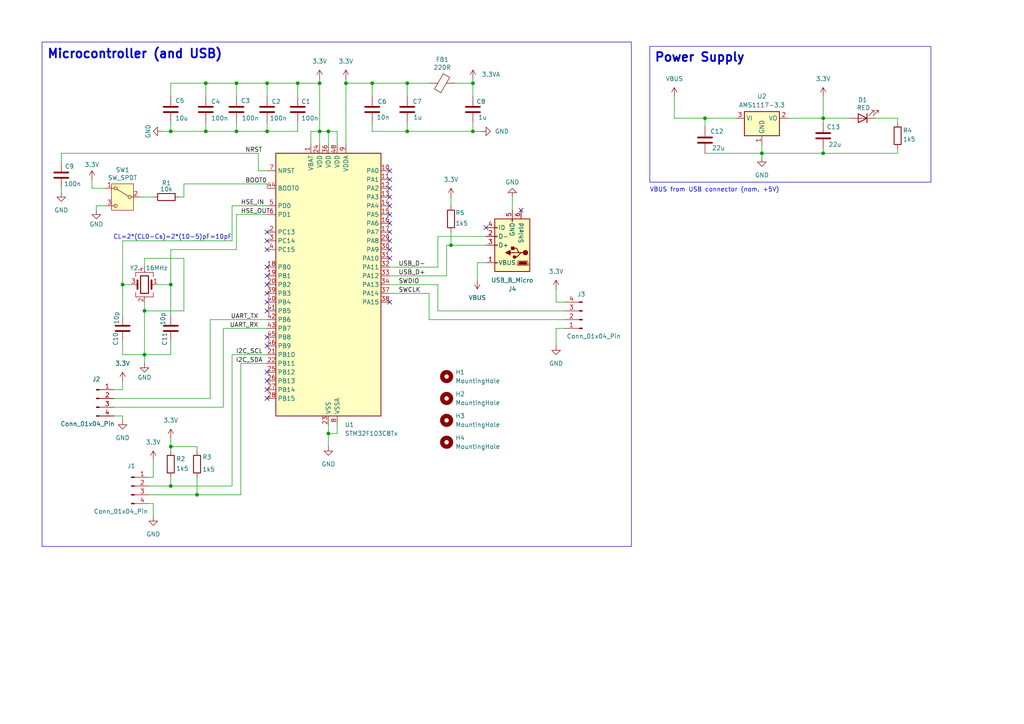
<source format=kicad_sch>
(kicad_sch
	(version 20231120)
	(generator "eeschema")
	(generator_version "8.0")
	(uuid "b27fc184-c6aa-42e1-a330-42759c3d49fa")
	(paper "A4")
	(title_block
		(title "STM32_BluePill")
		(date "2025-05-05")
		(rev "v1.0")
		(company "Siyar Onurlu")
	)
	(lib_symbols
		(symbol "Connector:Conn_01x04_Pin"
			(pin_names
				(offset 1.016) hide)
			(exclude_from_sim no)
			(in_bom yes)
			(on_board yes)
			(property "Reference" "J"
				(at 0 5.08 0)
				(effects
					(font
						(size 1.27 1.27)
					)
				)
			)
			(property "Value" "Conn_01x04_Pin"
				(at 0 -7.62 0)
				(effects
					(font
						(size 1.27 1.27)
					)
				)
			)
			(property "Footprint" ""
				(at 0 0 0)
				(effects
					(font
						(size 1.27 1.27)
					)
					(hide yes)
				)
			)
			(property "Datasheet" "~"
				(at 0 0 0)
				(effects
					(font
						(size 1.27 1.27)
					)
					(hide yes)
				)
			)
			(property "Description" "Generic connector, single row, 01x04, script generated"
				(at 0 0 0)
				(effects
					(font
						(size 1.27 1.27)
					)
					(hide yes)
				)
			)
			(property "ki_locked" ""
				(at 0 0 0)
				(effects
					(font
						(size 1.27 1.27)
					)
				)
			)
			(property "ki_keywords" "connector"
				(at 0 0 0)
				(effects
					(font
						(size 1.27 1.27)
					)
					(hide yes)
				)
			)
			(property "ki_fp_filters" "Connector*:*_1x??_*"
				(at 0 0 0)
				(effects
					(font
						(size 1.27 1.27)
					)
					(hide yes)
				)
			)
			(symbol "Conn_01x04_Pin_1_1"
				(polyline
					(pts
						(xy 1.27 -5.08) (xy 0.8636 -5.08)
					)
					(stroke
						(width 0.1524)
						(type default)
					)
					(fill
						(type none)
					)
				)
				(polyline
					(pts
						(xy 1.27 -2.54) (xy 0.8636 -2.54)
					)
					(stroke
						(width 0.1524)
						(type default)
					)
					(fill
						(type none)
					)
				)
				(polyline
					(pts
						(xy 1.27 0) (xy 0.8636 0)
					)
					(stroke
						(width 0.1524)
						(type default)
					)
					(fill
						(type none)
					)
				)
				(polyline
					(pts
						(xy 1.27 2.54) (xy 0.8636 2.54)
					)
					(stroke
						(width 0.1524)
						(type default)
					)
					(fill
						(type none)
					)
				)
				(rectangle
					(start 0.8636 -4.953)
					(end 0 -5.207)
					(stroke
						(width 0.1524)
						(type default)
					)
					(fill
						(type outline)
					)
				)
				(rectangle
					(start 0.8636 -2.413)
					(end 0 -2.667)
					(stroke
						(width 0.1524)
						(type default)
					)
					(fill
						(type outline)
					)
				)
				(rectangle
					(start 0.8636 0.127)
					(end 0 -0.127)
					(stroke
						(width 0.1524)
						(type default)
					)
					(fill
						(type outline)
					)
				)
				(rectangle
					(start 0.8636 2.667)
					(end 0 2.413)
					(stroke
						(width 0.1524)
						(type default)
					)
					(fill
						(type outline)
					)
				)
				(pin passive line
					(at 5.08 2.54 180)
					(length 3.81)
					(name "Pin_1"
						(effects
							(font
								(size 1.27 1.27)
							)
						)
					)
					(number "1"
						(effects
							(font
								(size 1.27 1.27)
							)
						)
					)
				)
				(pin passive line
					(at 5.08 0 180)
					(length 3.81)
					(name "Pin_2"
						(effects
							(font
								(size 1.27 1.27)
							)
						)
					)
					(number "2"
						(effects
							(font
								(size 1.27 1.27)
							)
						)
					)
				)
				(pin passive line
					(at 5.08 -2.54 180)
					(length 3.81)
					(name "Pin_3"
						(effects
							(font
								(size 1.27 1.27)
							)
						)
					)
					(number "3"
						(effects
							(font
								(size 1.27 1.27)
							)
						)
					)
				)
				(pin passive line
					(at 5.08 -5.08 180)
					(length 3.81)
					(name "Pin_4"
						(effects
							(font
								(size 1.27 1.27)
							)
						)
					)
					(number "4"
						(effects
							(font
								(size 1.27 1.27)
							)
						)
					)
				)
			)
		)
		(symbol "Connector:USB_B_Micro"
			(pin_names
				(offset 1.016)
			)
			(exclude_from_sim no)
			(in_bom yes)
			(on_board yes)
			(property "Reference" "J"
				(at -5.08 11.43 0)
				(effects
					(font
						(size 1.27 1.27)
					)
					(justify left)
				)
			)
			(property "Value" "USB_B_Micro"
				(at -5.08 8.89 0)
				(effects
					(font
						(size 1.27 1.27)
					)
					(justify left)
				)
			)
			(property "Footprint" ""
				(at 3.81 -1.27 0)
				(effects
					(font
						(size 1.27 1.27)
					)
					(hide yes)
				)
			)
			(property "Datasheet" "~"
				(at 3.81 -1.27 0)
				(effects
					(font
						(size 1.27 1.27)
					)
					(hide yes)
				)
			)
			(property "Description" "USB Micro Type B connector"
				(at 0 0 0)
				(effects
					(font
						(size 1.27 1.27)
					)
					(hide yes)
				)
			)
			(property "ki_keywords" "connector USB micro"
				(at 0 0 0)
				(effects
					(font
						(size 1.27 1.27)
					)
					(hide yes)
				)
			)
			(property "ki_fp_filters" "USB*"
				(at 0 0 0)
				(effects
					(font
						(size 1.27 1.27)
					)
					(hide yes)
				)
			)
			(symbol "USB_B_Micro_0_1"
				(rectangle
					(start -5.08 -7.62)
					(end 5.08 7.62)
					(stroke
						(width 0.254)
						(type default)
					)
					(fill
						(type background)
					)
				)
				(circle
					(center -3.81 2.159)
					(radius 0.635)
					(stroke
						(width 0.254)
						(type default)
					)
					(fill
						(type outline)
					)
				)
				(circle
					(center -0.635 3.429)
					(radius 0.381)
					(stroke
						(width 0.254)
						(type default)
					)
					(fill
						(type outline)
					)
				)
				(rectangle
					(start -0.127 -7.62)
					(end 0.127 -6.858)
					(stroke
						(width 0)
						(type default)
					)
					(fill
						(type none)
					)
				)
				(polyline
					(pts
						(xy -1.905 2.159) (xy 0.635 2.159)
					)
					(stroke
						(width 0.254)
						(type default)
					)
					(fill
						(type none)
					)
				)
				(polyline
					(pts
						(xy -3.175 2.159) (xy -2.54 2.159) (xy -1.27 3.429) (xy -0.635 3.429)
					)
					(stroke
						(width 0.254)
						(type default)
					)
					(fill
						(type none)
					)
				)
				(polyline
					(pts
						(xy -2.54 2.159) (xy -1.905 2.159) (xy -1.27 0.889) (xy 0 0.889)
					)
					(stroke
						(width 0.254)
						(type default)
					)
					(fill
						(type none)
					)
				)
				(polyline
					(pts
						(xy 0.635 2.794) (xy 0.635 1.524) (xy 1.905 2.159) (xy 0.635 2.794)
					)
					(stroke
						(width 0.254)
						(type default)
					)
					(fill
						(type outline)
					)
				)
				(polyline
					(pts
						(xy -4.318 5.588) (xy -1.778 5.588) (xy -2.032 4.826) (xy -4.064 4.826) (xy -4.318 5.588)
					)
					(stroke
						(width 0)
						(type default)
					)
					(fill
						(type outline)
					)
				)
				(polyline
					(pts
						(xy -4.699 5.842) (xy -4.699 5.588) (xy -4.445 4.826) (xy -4.445 4.572) (xy -1.651 4.572) (xy -1.651 4.826)
						(xy -1.397 5.588) (xy -1.397 5.842) (xy -4.699 5.842)
					)
					(stroke
						(width 0)
						(type default)
					)
					(fill
						(type none)
					)
				)
				(rectangle
					(start 0.254 1.27)
					(end -0.508 0.508)
					(stroke
						(width 0.254)
						(type default)
					)
					(fill
						(type outline)
					)
				)
				(rectangle
					(start 5.08 -5.207)
					(end 4.318 -4.953)
					(stroke
						(width 0)
						(type default)
					)
					(fill
						(type none)
					)
				)
				(rectangle
					(start 5.08 -2.667)
					(end 4.318 -2.413)
					(stroke
						(width 0)
						(type default)
					)
					(fill
						(type none)
					)
				)
				(rectangle
					(start 5.08 -0.127)
					(end 4.318 0.127)
					(stroke
						(width 0)
						(type default)
					)
					(fill
						(type none)
					)
				)
				(rectangle
					(start 5.08 4.953)
					(end 4.318 5.207)
					(stroke
						(width 0)
						(type default)
					)
					(fill
						(type none)
					)
				)
			)
			(symbol "USB_B_Micro_1_1"
				(pin power_out line
					(at 7.62 5.08 180)
					(length 2.54)
					(name "VBUS"
						(effects
							(font
								(size 1.27 1.27)
							)
						)
					)
					(number "1"
						(effects
							(font
								(size 1.27 1.27)
							)
						)
					)
				)
				(pin bidirectional line
					(at 7.62 -2.54 180)
					(length 2.54)
					(name "D-"
						(effects
							(font
								(size 1.27 1.27)
							)
						)
					)
					(number "2"
						(effects
							(font
								(size 1.27 1.27)
							)
						)
					)
				)
				(pin bidirectional line
					(at 7.62 0 180)
					(length 2.54)
					(name "D+"
						(effects
							(font
								(size 1.27 1.27)
							)
						)
					)
					(number "3"
						(effects
							(font
								(size 1.27 1.27)
							)
						)
					)
				)
				(pin passive line
					(at 7.62 -5.08 180)
					(length 2.54)
					(name "ID"
						(effects
							(font
								(size 1.27 1.27)
							)
						)
					)
					(number "4"
						(effects
							(font
								(size 1.27 1.27)
							)
						)
					)
				)
				(pin power_out line
					(at 0 -10.16 90)
					(length 2.54)
					(name "GND"
						(effects
							(font
								(size 1.27 1.27)
							)
						)
					)
					(number "5"
						(effects
							(font
								(size 1.27 1.27)
							)
						)
					)
				)
				(pin passive line
					(at -2.54 -10.16 90)
					(length 2.54)
					(name "Shield"
						(effects
							(font
								(size 1.27 1.27)
							)
						)
					)
					(number "6"
						(effects
							(font
								(size 1.27 1.27)
							)
						)
					)
				)
			)
		)
		(symbol "Device:C"
			(pin_numbers hide)
			(pin_names
				(offset 0.254)
			)
			(exclude_from_sim no)
			(in_bom yes)
			(on_board yes)
			(property "Reference" "C"
				(at 0.635 2.54 0)
				(effects
					(font
						(size 1.27 1.27)
					)
					(justify left)
				)
			)
			(property "Value" "C"
				(at 0.635 -2.54 0)
				(effects
					(font
						(size 1.27 1.27)
					)
					(justify left)
				)
			)
			(property "Footprint" ""
				(at 0.9652 -3.81 0)
				(effects
					(font
						(size 1.27 1.27)
					)
					(hide yes)
				)
			)
			(property "Datasheet" "~"
				(at 0 0 0)
				(effects
					(font
						(size 1.27 1.27)
					)
					(hide yes)
				)
			)
			(property "Description" "Unpolarized capacitor"
				(at 0 0 0)
				(effects
					(font
						(size 1.27 1.27)
					)
					(hide yes)
				)
			)
			(property "ki_keywords" "cap capacitor"
				(at 0 0 0)
				(effects
					(font
						(size 1.27 1.27)
					)
					(hide yes)
				)
			)
			(property "ki_fp_filters" "C_*"
				(at 0 0 0)
				(effects
					(font
						(size 1.27 1.27)
					)
					(hide yes)
				)
			)
			(symbol "C_0_1"
				(polyline
					(pts
						(xy -2.032 -0.762) (xy 2.032 -0.762)
					)
					(stroke
						(width 0.508)
						(type default)
					)
					(fill
						(type none)
					)
				)
				(polyline
					(pts
						(xy -2.032 0.762) (xy 2.032 0.762)
					)
					(stroke
						(width 0.508)
						(type default)
					)
					(fill
						(type none)
					)
				)
			)
			(symbol "C_1_1"
				(pin passive line
					(at 0 3.81 270)
					(length 2.794)
					(name "~"
						(effects
							(font
								(size 1.27 1.27)
							)
						)
					)
					(number "1"
						(effects
							(font
								(size 1.27 1.27)
							)
						)
					)
				)
				(pin passive line
					(at 0 -3.81 90)
					(length 2.794)
					(name "~"
						(effects
							(font
								(size 1.27 1.27)
							)
						)
					)
					(number "2"
						(effects
							(font
								(size 1.27 1.27)
							)
						)
					)
				)
			)
		)
		(symbol "Device:Crystal_GND24"
			(pin_names
				(offset 1.016) hide)
			(exclude_from_sim no)
			(in_bom yes)
			(on_board yes)
			(property "Reference" "Y"
				(at 3.175 5.08 0)
				(effects
					(font
						(size 1.27 1.27)
					)
					(justify left)
				)
			)
			(property "Value" "Crystal_GND24"
				(at 3.175 3.175 0)
				(effects
					(font
						(size 1.27 1.27)
					)
					(justify left)
				)
			)
			(property "Footprint" ""
				(at 0 0 0)
				(effects
					(font
						(size 1.27 1.27)
					)
					(hide yes)
				)
			)
			(property "Datasheet" "~"
				(at 0 0 0)
				(effects
					(font
						(size 1.27 1.27)
					)
					(hide yes)
				)
			)
			(property "Description" "Four pin crystal, GND on pins 2 and 4"
				(at 0 0 0)
				(effects
					(font
						(size 1.27 1.27)
					)
					(hide yes)
				)
			)
			(property "ki_keywords" "quartz ceramic resonator oscillator"
				(at 0 0 0)
				(effects
					(font
						(size 1.27 1.27)
					)
					(hide yes)
				)
			)
			(property "ki_fp_filters" "Crystal*"
				(at 0 0 0)
				(effects
					(font
						(size 1.27 1.27)
					)
					(hide yes)
				)
			)
			(symbol "Crystal_GND24_0_1"
				(rectangle
					(start -1.143 2.54)
					(end 1.143 -2.54)
					(stroke
						(width 0.3048)
						(type default)
					)
					(fill
						(type none)
					)
				)
				(polyline
					(pts
						(xy -2.54 0) (xy -2.032 0)
					)
					(stroke
						(width 0)
						(type default)
					)
					(fill
						(type none)
					)
				)
				(polyline
					(pts
						(xy -2.032 -1.27) (xy -2.032 1.27)
					)
					(stroke
						(width 0.508)
						(type default)
					)
					(fill
						(type none)
					)
				)
				(polyline
					(pts
						(xy 0 -3.81) (xy 0 -3.556)
					)
					(stroke
						(width 0)
						(type default)
					)
					(fill
						(type none)
					)
				)
				(polyline
					(pts
						(xy 0 3.556) (xy 0 3.81)
					)
					(stroke
						(width 0)
						(type default)
					)
					(fill
						(type none)
					)
				)
				(polyline
					(pts
						(xy 2.032 -1.27) (xy 2.032 1.27)
					)
					(stroke
						(width 0.508)
						(type default)
					)
					(fill
						(type none)
					)
				)
				(polyline
					(pts
						(xy 2.032 0) (xy 2.54 0)
					)
					(stroke
						(width 0)
						(type default)
					)
					(fill
						(type none)
					)
				)
				(polyline
					(pts
						(xy -2.54 -2.286) (xy -2.54 -3.556) (xy 2.54 -3.556) (xy 2.54 -2.286)
					)
					(stroke
						(width 0)
						(type default)
					)
					(fill
						(type none)
					)
				)
				(polyline
					(pts
						(xy -2.54 2.286) (xy -2.54 3.556) (xy 2.54 3.556) (xy 2.54 2.286)
					)
					(stroke
						(width 0)
						(type default)
					)
					(fill
						(type none)
					)
				)
			)
			(symbol "Crystal_GND24_1_1"
				(pin passive line
					(at -3.81 0 0)
					(length 1.27)
					(name "1"
						(effects
							(font
								(size 1.27 1.27)
							)
						)
					)
					(number "1"
						(effects
							(font
								(size 1.27 1.27)
							)
						)
					)
				)
				(pin passive line
					(at 0 5.08 270)
					(length 1.27)
					(name "2"
						(effects
							(font
								(size 1.27 1.27)
							)
						)
					)
					(number "2"
						(effects
							(font
								(size 1.27 1.27)
							)
						)
					)
				)
				(pin passive line
					(at 3.81 0 180)
					(length 1.27)
					(name "3"
						(effects
							(font
								(size 1.27 1.27)
							)
						)
					)
					(number "3"
						(effects
							(font
								(size 1.27 1.27)
							)
						)
					)
				)
				(pin passive line
					(at 0 -5.08 90)
					(length 1.27)
					(name "4"
						(effects
							(font
								(size 1.27 1.27)
							)
						)
					)
					(number "4"
						(effects
							(font
								(size 1.27 1.27)
							)
						)
					)
				)
			)
		)
		(symbol "Device:FerriteBead"
			(pin_numbers hide)
			(pin_names
				(offset 0)
			)
			(exclude_from_sim no)
			(in_bom yes)
			(on_board yes)
			(property "Reference" "FB"
				(at -3.81 0.635 90)
				(effects
					(font
						(size 1.27 1.27)
					)
				)
			)
			(property "Value" "FerriteBead"
				(at 3.81 0 90)
				(effects
					(font
						(size 1.27 1.27)
					)
				)
			)
			(property "Footprint" ""
				(at -1.778 0 90)
				(effects
					(font
						(size 1.27 1.27)
					)
					(hide yes)
				)
			)
			(property "Datasheet" "~"
				(at 0 0 0)
				(effects
					(font
						(size 1.27 1.27)
					)
					(hide yes)
				)
			)
			(property "Description" "Ferrite bead"
				(at 0 0 0)
				(effects
					(font
						(size 1.27 1.27)
					)
					(hide yes)
				)
			)
			(property "ki_keywords" "L ferrite bead inductor filter"
				(at 0 0 0)
				(effects
					(font
						(size 1.27 1.27)
					)
					(hide yes)
				)
			)
			(property "ki_fp_filters" "Inductor_* L_* *Ferrite*"
				(at 0 0 0)
				(effects
					(font
						(size 1.27 1.27)
					)
					(hide yes)
				)
			)
			(symbol "FerriteBead_0_1"
				(polyline
					(pts
						(xy 0 -1.27) (xy 0 -1.2192)
					)
					(stroke
						(width 0)
						(type default)
					)
					(fill
						(type none)
					)
				)
				(polyline
					(pts
						(xy 0 1.27) (xy 0 1.2954)
					)
					(stroke
						(width 0)
						(type default)
					)
					(fill
						(type none)
					)
				)
				(polyline
					(pts
						(xy -2.7686 0.4064) (xy -1.7018 2.2606) (xy 2.7686 -0.3048) (xy 1.6764 -2.159) (xy -2.7686 0.4064)
					)
					(stroke
						(width 0)
						(type default)
					)
					(fill
						(type none)
					)
				)
			)
			(symbol "FerriteBead_1_1"
				(pin passive line
					(at 0 3.81 270)
					(length 2.54)
					(name "~"
						(effects
							(font
								(size 1.27 1.27)
							)
						)
					)
					(number "1"
						(effects
							(font
								(size 1.27 1.27)
							)
						)
					)
				)
				(pin passive line
					(at 0 -3.81 90)
					(length 2.54)
					(name "~"
						(effects
							(font
								(size 1.27 1.27)
							)
						)
					)
					(number "2"
						(effects
							(font
								(size 1.27 1.27)
							)
						)
					)
				)
			)
		)
		(symbol "Device:LED"
			(pin_numbers hide)
			(pin_names
				(offset 1.016) hide)
			(exclude_from_sim no)
			(in_bom yes)
			(on_board yes)
			(property "Reference" "D"
				(at 0 2.54 0)
				(effects
					(font
						(size 1.27 1.27)
					)
				)
			)
			(property "Value" "LED"
				(at 0 -2.54 0)
				(effects
					(font
						(size 1.27 1.27)
					)
				)
			)
			(property "Footprint" ""
				(at 0 0 0)
				(effects
					(font
						(size 1.27 1.27)
					)
					(hide yes)
				)
			)
			(property "Datasheet" "~"
				(at 0 0 0)
				(effects
					(font
						(size 1.27 1.27)
					)
					(hide yes)
				)
			)
			(property "Description" "Light emitting diode"
				(at 0 0 0)
				(effects
					(font
						(size 1.27 1.27)
					)
					(hide yes)
				)
			)
			(property "ki_keywords" "LED diode"
				(at 0 0 0)
				(effects
					(font
						(size 1.27 1.27)
					)
					(hide yes)
				)
			)
			(property "ki_fp_filters" "LED* LED_SMD:* LED_THT:*"
				(at 0 0 0)
				(effects
					(font
						(size 1.27 1.27)
					)
					(hide yes)
				)
			)
			(symbol "LED_0_1"
				(polyline
					(pts
						(xy -1.27 -1.27) (xy -1.27 1.27)
					)
					(stroke
						(width 0.254)
						(type default)
					)
					(fill
						(type none)
					)
				)
				(polyline
					(pts
						(xy -1.27 0) (xy 1.27 0)
					)
					(stroke
						(width 0)
						(type default)
					)
					(fill
						(type none)
					)
				)
				(polyline
					(pts
						(xy 1.27 -1.27) (xy 1.27 1.27) (xy -1.27 0) (xy 1.27 -1.27)
					)
					(stroke
						(width 0.254)
						(type default)
					)
					(fill
						(type none)
					)
				)
				(polyline
					(pts
						(xy -3.048 -0.762) (xy -4.572 -2.286) (xy -3.81 -2.286) (xy -4.572 -2.286) (xy -4.572 -1.524)
					)
					(stroke
						(width 0)
						(type default)
					)
					(fill
						(type none)
					)
				)
				(polyline
					(pts
						(xy -1.778 -0.762) (xy -3.302 -2.286) (xy -2.54 -2.286) (xy -3.302 -2.286) (xy -3.302 -1.524)
					)
					(stroke
						(width 0)
						(type default)
					)
					(fill
						(type none)
					)
				)
			)
			(symbol "LED_1_1"
				(pin passive line
					(at -3.81 0 0)
					(length 2.54)
					(name "K"
						(effects
							(font
								(size 1.27 1.27)
							)
						)
					)
					(number "1"
						(effects
							(font
								(size 1.27 1.27)
							)
						)
					)
				)
				(pin passive line
					(at 3.81 0 180)
					(length 2.54)
					(name "A"
						(effects
							(font
								(size 1.27 1.27)
							)
						)
					)
					(number "2"
						(effects
							(font
								(size 1.27 1.27)
							)
						)
					)
				)
			)
		)
		(symbol "Device:R"
			(pin_numbers hide)
			(pin_names
				(offset 0)
			)
			(exclude_from_sim no)
			(in_bom yes)
			(on_board yes)
			(property "Reference" "R"
				(at 2.032 0 90)
				(effects
					(font
						(size 1.27 1.27)
					)
				)
			)
			(property "Value" "R"
				(at 0 0 90)
				(effects
					(font
						(size 1.27 1.27)
					)
				)
			)
			(property "Footprint" ""
				(at -1.778 0 90)
				(effects
					(font
						(size 1.27 1.27)
					)
					(hide yes)
				)
			)
			(property "Datasheet" "~"
				(at 0 0 0)
				(effects
					(font
						(size 1.27 1.27)
					)
					(hide yes)
				)
			)
			(property "Description" "Resistor"
				(at 0 0 0)
				(effects
					(font
						(size 1.27 1.27)
					)
					(hide yes)
				)
			)
			(property "ki_keywords" "R res resistor"
				(at 0 0 0)
				(effects
					(font
						(size 1.27 1.27)
					)
					(hide yes)
				)
			)
			(property "ki_fp_filters" "R_*"
				(at 0 0 0)
				(effects
					(font
						(size 1.27 1.27)
					)
					(hide yes)
				)
			)
			(symbol "R_0_1"
				(rectangle
					(start -1.016 -2.54)
					(end 1.016 2.54)
					(stroke
						(width 0.254)
						(type default)
					)
					(fill
						(type none)
					)
				)
			)
			(symbol "R_1_1"
				(pin passive line
					(at 0 3.81 270)
					(length 1.27)
					(name "~"
						(effects
							(font
								(size 1.27 1.27)
							)
						)
					)
					(number "1"
						(effects
							(font
								(size 1.27 1.27)
							)
						)
					)
				)
				(pin passive line
					(at 0 -3.81 90)
					(length 1.27)
					(name "~"
						(effects
							(font
								(size 1.27 1.27)
							)
						)
					)
					(number "2"
						(effects
							(font
								(size 1.27 1.27)
							)
						)
					)
				)
			)
		)
		(symbol "MCU_ST_STM32F1:STM32F103C8Tx"
			(exclude_from_sim no)
			(in_bom yes)
			(on_board yes)
			(property "Reference" "U"
				(at -15.24 39.37 0)
				(effects
					(font
						(size 1.27 1.27)
					)
					(justify left)
				)
			)
			(property "Value" "STM32F103C8Tx"
				(at 7.62 39.37 0)
				(effects
					(font
						(size 1.27 1.27)
					)
					(justify left)
				)
			)
			(property "Footprint" "Package_QFP:LQFP-48_7x7mm_P0.5mm"
				(at -15.24 -38.1 0)
				(effects
					(font
						(size 1.27 1.27)
					)
					(justify right)
					(hide yes)
				)
			)
			(property "Datasheet" "https://www.st.com/resource/en/datasheet/stm32f103c8.pdf"
				(at 0 0 0)
				(effects
					(font
						(size 1.27 1.27)
					)
					(hide yes)
				)
			)
			(property "Description" "STMicroelectronics Arm Cortex-M3 MCU, 64KB flash, 20KB RAM, 72 MHz, 2.0-3.6V, 37 GPIO, LQFP48"
				(at 0 0 0)
				(effects
					(font
						(size 1.27 1.27)
					)
					(hide yes)
				)
			)
			(property "ki_keywords" "Arm Cortex-M3 STM32F1 STM32F103"
				(at 0 0 0)
				(effects
					(font
						(size 1.27 1.27)
					)
					(hide yes)
				)
			)
			(property "ki_fp_filters" "LQFP*7x7mm*P0.5mm*"
				(at 0 0 0)
				(effects
					(font
						(size 1.27 1.27)
					)
					(hide yes)
				)
			)
			(symbol "STM32F103C8Tx_0_1"
				(rectangle
					(start -15.24 -38.1)
					(end 15.24 38.1)
					(stroke
						(width 0.254)
						(type default)
					)
					(fill
						(type background)
					)
				)
			)
			(symbol "STM32F103C8Tx_1_1"
				(pin power_in line
					(at -5.08 40.64 270)
					(length 2.54)
					(name "VBAT"
						(effects
							(font
								(size 1.27 1.27)
							)
						)
					)
					(number "1"
						(effects
							(font
								(size 1.27 1.27)
							)
						)
					)
				)
				(pin bidirectional line
					(at 17.78 33.02 180)
					(length 2.54)
					(name "PA0"
						(effects
							(font
								(size 1.27 1.27)
							)
						)
					)
					(number "10"
						(effects
							(font
								(size 1.27 1.27)
							)
						)
					)
					(alternate "ADC1_IN0" bidirectional line)
					(alternate "ADC2_IN0" bidirectional line)
					(alternate "SYS_WKUP" bidirectional line)
					(alternate "TIM2_CH1" bidirectional line)
					(alternate "TIM2_ETR" bidirectional line)
					(alternate "USART2_CTS" bidirectional line)
				)
				(pin bidirectional line
					(at 17.78 30.48 180)
					(length 2.54)
					(name "PA1"
						(effects
							(font
								(size 1.27 1.27)
							)
						)
					)
					(number "11"
						(effects
							(font
								(size 1.27 1.27)
							)
						)
					)
					(alternate "ADC1_IN1" bidirectional line)
					(alternate "ADC2_IN1" bidirectional line)
					(alternate "TIM2_CH2" bidirectional line)
					(alternate "USART2_RTS" bidirectional line)
				)
				(pin bidirectional line
					(at 17.78 27.94 180)
					(length 2.54)
					(name "PA2"
						(effects
							(font
								(size 1.27 1.27)
							)
						)
					)
					(number "12"
						(effects
							(font
								(size 1.27 1.27)
							)
						)
					)
					(alternate "ADC1_IN2" bidirectional line)
					(alternate "ADC2_IN2" bidirectional line)
					(alternate "TIM2_CH3" bidirectional line)
					(alternate "USART2_TX" bidirectional line)
				)
				(pin bidirectional line
					(at 17.78 25.4 180)
					(length 2.54)
					(name "PA3"
						(effects
							(font
								(size 1.27 1.27)
							)
						)
					)
					(number "13"
						(effects
							(font
								(size 1.27 1.27)
							)
						)
					)
					(alternate "ADC1_IN3" bidirectional line)
					(alternate "ADC2_IN3" bidirectional line)
					(alternate "TIM2_CH4" bidirectional line)
					(alternate "USART2_RX" bidirectional line)
				)
				(pin bidirectional line
					(at 17.78 22.86 180)
					(length 2.54)
					(name "PA4"
						(effects
							(font
								(size 1.27 1.27)
							)
						)
					)
					(number "14"
						(effects
							(font
								(size 1.27 1.27)
							)
						)
					)
					(alternate "ADC1_IN4" bidirectional line)
					(alternate "ADC2_IN4" bidirectional line)
					(alternate "SPI1_NSS" bidirectional line)
					(alternate "USART2_CK" bidirectional line)
				)
				(pin bidirectional line
					(at 17.78 20.32 180)
					(length 2.54)
					(name "PA5"
						(effects
							(font
								(size 1.27 1.27)
							)
						)
					)
					(number "15"
						(effects
							(font
								(size 1.27 1.27)
							)
						)
					)
					(alternate "ADC1_IN5" bidirectional line)
					(alternate "ADC2_IN5" bidirectional line)
					(alternate "SPI1_SCK" bidirectional line)
				)
				(pin bidirectional line
					(at 17.78 17.78 180)
					(length 2.54)
					(name "PA6"
						(effects
							(font
								(size 1.27 1.27)
							)
						)
					)
					(number "16"
						(effects
							(font
								(size 1.27 1.27)
							)
						)
					)
					(alternate "ADC1_IN6" bidirectional line)
					(alternate "ADC2_IN6" bidirectional line)
					(alternate "SPI1_MISO" bidirectional line)
					(alternate "TIM1_BKIN" bidirectional line)
					(alternate "TIM3_CH1" bidirectional line)
				)
				(pin bidirectional line
					(at 17.78 15.24 180)
					(length 2.54)
					(name "PA7"
						(effects
							(font
								(size 1.27 1.27)
							)
						)
					)
					(number "17"
						(effects
							(font
								(size 1.27 1.27)
							)
						)
					)
					(alternate "ADC1_IN7" bidirectional line)
					(alternate "ADC2_IN7" bidirectional line)
					(alternate "SPI1_MOSI" bidirectional line)
					(alternate "TIM1_CH1N" bidirectional line)
					(alternate "TIM3_CH2" bidirectional line)
				)
				(pin bidirectional line
					(at -17.78 5.08 0)
					(length 2.54)
					(name "PB0"
						(effects
							(font
								(size 1.27 1.27)
							)
						)
					)
					(number "18"
						(effects
							(font
								(size 1.27 1.27)
							)
						)
					)
					(alternate "ADC1_IN8" bidirectional line)
					(alternate "ADC2_IN8" bidirectional line)
					(alternate "TIM1_CH2N" bidirectional line)
					(alternate "TIM3_CH3" bidirectional line)
				)
				(pin bidirectional line
					(at -17.78 2.54 0)
					(length 2.54)
					(name "PB1"
						(effects
							(font
								(size 1.27 1.27)
							)
						)
					)
					(number "19"
						(effects
							(font
								(size 1.27 1.27)
							)
						)
					)
					(alternate "ADC1_IN9" bidirectional line)
					(alternate "ADC2_IN9" bidirectional line)
					(alternate "TIM1_CH3N" bidirectional line)
					(alternate "TIM3_CH4" bidirectional line)
				)
				(pin bidirectional line
					(at -17.78 15.24 0)
					(length 2.54)
					(name "PC13"
						(effects
							(font
								(size 1.27 1.27)
							)
						)
					)
					(number "2"
						(effects
							(font
								(size 1.27 1.27)
							)
						)
					)
					(alternate "RTC_OUT" bidirectional line)
					(alternate "RTC_TAMPER" bidirectional line)
				)
				(pin bidirectional line
					(at -17.78 0 0)
					(length 2.54)
					(name "PB2"
						(effects
							(font
								(size 1.27 1.27)
							)
						)
					)
					(number "20"
						(effects
							(font
								(size 1.27 1.27)
							)
						)
					)
				)
				(pin bidirectional line
					(at -17.78 -20.32 0)
					(length 2.54)
					(name "PB10"
						(effects
							(font
								(size 1.27 1.27)
							)
						)
					)
					(number "21"
						(effects
							(font
								(size 1.27 1.27)
							)
						)
					)
					(alternate "I2C2_SCL" bidirectional line)
					(alternate "TIM2_CH3" bidirectional line)
					(alternate "USART3_TX" bidirectional line)
				)
				(pin bidirectional line
					(at -17.78 -22.86 0)
					(length 2.54)
					(name "PB11"
						(effects
							(font
								(size 1.27 1.27)
							)
						)
					)
					(number "22"
						(effects
							(font
								(size 1.27 1.27)
							)
						)
					)
					(alternate "ADC1_EXTI11" bidirectional line)
					(alternate "ADC2_EXTI11" bidirectional line)
					(alternate "I2C2_SDA" bidirectional line)
					(alternate "TIM2_CH4" bidirectional line)
					(alternate "USART3_RX" bidirectional line)
				)
				(pin power_in line
					(at 0 -40.64 90)
					(length 2.54)
					(name "VSS"
						(effects
							(font
								(size 1.27 1.27)
							)
						)
					)
					(number "23"
						(effects
							(font
								(size 1.27 1.27)
							)
						)
					)
				)
				(pin power_in line
					(at -2.54 40.64 270)
					(length 2.54)
					(name "VDD"
						(effects
							(font
								(size 1.27 1.27)
							)
						)
					)
					(number "24"
						(effects
							(font
								(size 1.27 1.27)
							)
						)
					)
				)
				(pin bidirectional line
					(at -17.78 -25.4 0)
					(length 2.54)
					(name "PB12"
						(effects
							(font
								(size 1.27 1.27)
							)
						)
					)
					(number "25"
						(effects
							(font
								(size 1.27 1.27)
							)
						)
					)
					(alternate "I2C2_SMBA" bidirectional line)
					(alternate "SPI2_NSS" bidirectional line)
					(alternate "TIM1_BKIN" bidirectional line)
					(alternate "USART3_CK" bidirectional line)
				)
				(pin bidirectional line
					(at -17.78 -27.94 0)
					(length 2.54)
					(name "PB13"
						(effects
							(font
								(size 1.27 1.27)
							)
						)
					)
					(number "26"
						(effects
							(font
								(size 1.27 1.27)
							)
						)
					)
					(alternate "SPI2_SCK" bidirectional line)
					(alternate "TIM1_CH1N" bidirectional line)
					(alternate "USART3_CTS" bidirectional line)
				)
				(pin bidirectional line
					(at -17.78 -30.48 0)
					(length 2.54)
					(name "PB14"
						(effects
							(font
								(size 1.27 1.27)
							)
						)
					)
					(number "27"
						(effects
							(font
								(size 1.27 1.27)
							)
						)
					)
					(alternate "SPI2_MISO" bidirectional line)
					(alternate "TIM1_CH2N" bidirectional line)
					(alternate "USART3_RTS" bidirectional line)
				)
				(pin bidirectional line
					(at -17.78 -33.02 0)
					(length 2.54)
					(name "PB15"
						(effects
							(font
								(size 1.27 1.27)
							)
						)
					)
					(number "28"
						(effects
							(font
								(size 1.27 1.27)
							)
						)
					)
					(alternate "ADC1_EXTI15" bidirectional line)
					(alternate "ADC2_EXTI15" bidirectional line)
					(alternate "SPI2_MOSI" bidirectional line)
					(alternate "TIM1_CH3N" bidirectional line)
				)
				(pin bidirectional line
					(at 17.78 12.7 180)
					(length 2.54)
					(name "PA8"
						(effects
							(font
								(size 1.27 1.27)
							)
						)
					)
					(number "29"
						(effects
							(font
								(size 1.27 1.27)
							)
						)
					)
					(alternate "RCC_MCO" bidirectional line)
					(alternate "TIM1_CH1" bidirectional line)
					(alternate "USART1_CK" bidirectional line)
				)
				(pin bidirectional line
					(at -17.78 12.7 0)
					(length 2.54)
					(name "PC14"
						(effects
							(font
								(size 1.27 1.27)
							)
						)
					)
					(number "3"
						(effects
							(font
								(size 1.27 1.27)
							)
						)
					)
					(alternate "RCC_OSC32_IN" bidirectional line)
				)
				(pin bidirectional line
					(at 17.78 10.16 180)
					(length 2.54)
					(name "PA9"
						(effects
							(font
								(size 1.27 1.27)
							)
						)
					)
					(number "30"
						(effects
							(font
								(size 1.27 1.27)
							)
						)
					)
					(alternate "TIM1_CH2" bidirectional line)
					(alternate "USART1_TX" bidirectional line)
				)
				(pin bidirectional line
					(at 17.78 7.62 180)
					(length 2.54)
					(name "PA10"
						(effects
							(font
								(size 1.27 1.27)
							)
						)
					)
					(number "31"
						(effects
							(font
								(size 1.27 1.27)
							)
						)
					)
					(alternate "TIM1_CH3" bidirectional line)
					(alternate "USART1_RX" bidirectional line)
				)
				(pin bidirectional line
					(at 17.78 5.08 180)
					(length 2.54)
					(name "PA11"
						(effects
							(font
								(size 1.27 1.27)
							)
						)
					)
					(number "32"
						(effects
							(font
								(size 1.27 1.27)
							)
						)
					)
					(alternate "ADC1_EXTI11" bidirectional line)
					(alternate "ADC2_EXTI11" bidirectional line)
					(alternate "CAN_RX" bidirectional line)
					(alternate "TIM1_CH4" bidirectional line)
					(alternate "USART1_CTS" bidirectional line)
					(alternate "USB_DM" bidirectional line)
				)
				(pin bidirectional line
					(at 17.78 2.54 180)
					(length 2.54)
					(name "PA12"
						(effects
							(font
								(size 1.27 1.27)
							)
						)
					)
					(number "33"
						(effects
							(font
								(size 1.27 1.27)
							)
						)
					)
					(alternate "CAN_TX" bidirectional line)
					(alternate "TIM1_ETR" bidirectional line)
					(alternate "USART1_RTS" bidirectional line)
					(alternate "USB_DP" bidirectional line)
				)
				(pin bidirectional line
					(at 17.78 0 180)
					(length 2.54)
					(name "PA13"
						(effects
							(font
								(size 1.27 1.27)
							)
						)
					)
					(number "34"
						(effects
							(font
								(size 1.27 1.27)
							)
						)
					)
					(alternate "SYS_JTMS-SWDIO" bidirectional line)
				)
				(pin passive line
					(at 0 -40.64 90)
					(length 2.54) hide
					(name "VSS"
						(effects
							(font
								(size 1.27 1.27)
							)
						)
					)
					(number "35"
						(effects
							(font
								(size 1.27 1.27)
							)
						)
					)
				)
				(pin power_in line
					(at 0 40.64 270)
					(length 2.54)
					(name "VDD"
						(effects
							(font
								(size 1.27 1.27)
							)
						)
					)
					(number "36"
						(effects
							(font
								(size 1.27 1.27)
							)
						)
					)
				)
				(pin bidirectional line
					(at 17.78 -2.54 180)
					(length 2.54)
					(name "PA14"
						(effects
							(font
								(size 1.27 1.27)
							)
						)
					)
					(number "37"
						(effects
							(font
								(size 1.27 1.27)
							)
						)
					)
					(alternate "SYS_JTCK-SWCLK" bidirectional line)
				)
				(pin bidirectional line
					(at 17.78 -5.08 180)
					(length 2.54)
					(name "PA15"
						(effects
							(font
								(size 1.27 1.27)
							)
						)
					)
					(number "38"
						(effects
							(font
								(size 1.27 1.27)
							)
						)
					)
					(alternate "ADC1_EXTI15" bidirectional line)
					(alternate "ADC2_EXTI15" bidirectional line)
					(alternate "SPI1_NSS" bidirectional line)
					(alternate "SYS_JTDI" bidirectional line)
					(alternate "TIM2_CH1" bidirectional line)
					(alternate "TIM2_ETR" bidirectional line)
				)
				(pin bidirectional line
					(at -17.78 -2.54 0)
					(length 2.54)
					(name "PB3"
						(effects
							(font
								(size 1.27 1.27)
							)
						)
					)
					(number "39"
						(effects
							(font
								(size 1.27 1.27)
							)
						)
					)
					(alternate "SPI1_SCK" bidirectional line)
					(alternate "SYS_JTDO-TRACESWO" bidirectional line)
					(alternate "TIM2_CH2" bidirectional line)
				)
				(pin bidirectional line
					(at -17.78 10.16 0)
					(length 2.54)
					(name "PC15"
						(effects
							(font
								(size 1.27 1.27)
							)
						)
					)
					(number "4"
						(effects
							(font
								(size 1.27 1.27)
							)
						)
					)
					(alternate "ADC1_EXTI15" bidirectional line)
					(alternate "ADC2_EXTI15" bidirectional line)
					(alternate "RCC_OSC32_OUT" bidirectional line)
				)
				(pin bidirectional line
					(at -17.78 -5.08 0)
					(length 2.54)
					(name "PB4"
						(effects
							(font
								(size 1.27 1.27)
							)
						)
					)
					(number "40"
						(effects
							(font
								(size 1.27 1.27)
							)
						)
					)
					(alternate "SPI1_MISO" bidirectional line)
					(alternate "SYS_NJTRST" bidirectional line)
					(alternate "TIM3_CH1" bidirectional line)
				)
				(pin bidirectional line
					(at -17.78 -7.62 0)
					(length 2.54)
					(name "PB5"
						(effects
							(font
								(size 1.27 1.27)
							)
						)
					)
					(number "41"
						(effects
							(font
								(size 1.27 1.27)
							)
						)
					)
					(alternate "I2C1_SMBA" bidirectional line)
					(alternate "SPI1_MOSI" bidirectional line)
					(alternate "TIM3_CH2" bidirectional line)
				)
				(pin bidirectional line
					(at -17.78 -10.16 0)
					(length 2.54)
					(name "PB6"
						(effects
							(font
								(size 1.27 1.27)
							)
						)
					)
					(number "42"
						(effects
							(font
								(size 1.27 1.27)
							)
						)
					)
					(alternate "I2C1_SCL" bidirectional line)
					(alternate "TIM4_CH1" bidirectional line)
					(alternate "USART1_TX" bidirectional line)
				)
				(pin bidirectional line
					(at -17.78 -12.7 0)
					(length 2.54)
					(name "PB7"
						(effects
							(font
								(size 1.27 1.27)
							)
						)
					)
					(number "43"
						(effects
							(font
								(size 1.27 1.27)
							)
						)
					)
					(alternate "I2C1_SDA" bidirectional line)
					(alternate "TIM4_CH2" bidirectional line)
					(alternate "USART1_RX" bidirectional line)
				)
				(pin input line
					(at -17.78 27.94 0)
					(length 2.54)
					(name "BOOT0"
						(effects
							(font
								(size 1.27 1.27)
							)
						)
					)
					(number "44"
						(effects
							(font
								(size 1.27 1.27)
							)
						)
					)
				)
				(pin bidirectional line
					(at -17.78 -15.24 0)
					(length 2.54)
					(name "PB8"
						(effects
							(font
								(size 1.27 1.27)
							)
						)
					)
					(number "45"
						(effects
							(font
								(size 1.27 1.27)
							)
						)
					)
					(alternate "CAN_RX" bidirectional line)
					(alternate "I2C1_SCL" bidirectional line)
					(alternate "TIM4_CH3" bidirectional line)
				)
				(pin bidirectional line
					(at -17.78 -17.78 0)
					(length 2.54)
					(name "PB9"
						(effects
							(font
								(size 1.27 1.27)
							)
						)
					)
					(number "46"
						(effects
							(font
								(size 1.27 1.27)
							)
						)
					)
					(alternate "CAN_TX" bidirectional line)
					(alternate "I2C1_SDA" bidirectional line)
					(alternate "TIM4_CH4" bidirectional line)
				)
				(pin passive line
					(at 0 -40.64 90)
					(length 2.54) hide
					(name "VSS"
						(effects
							(font
								(size 1.27 1.27)
							)
						)
					)
					(number "47"
						(effects
							(font
								(size 1.27 1.27)
							)
						)
					)
				)
				(pin power_in line
					(at 2.54 40.64 270)
					(length 2.54)
					(name "VDD"
						(effects
							(font
								(size 1.27 1.27)
							)
						)
					)
					(number "48"
						(effects
							(font
								(size 1.27 1.27)
							)
						)
					)
				)
				(pin bidirectional line
					(at -17.78 22.86 0)
					(length 2.54)
					(name "PD0"
						(effects
							(font
								(size 1.27 1.27)
							)
						)
					)
					(number "5"
						(effects
							(font
								(size 1.27 1.27)
							)
						)
					)
					(alternate "RCC_OSC_IN" bidirectional line)
				)
				(pin bidirectional line
					(at -17.78 20.32 0)
					(length 2.54)
					(name "PD1"
						(effects
							(font
								(size 1.27 1.27)
							)
						)
					)
					(number "6"
						(effects
							(font
								(size 1.27 1.27)
							)
						)
					)
					(alternate "RCC_OSC_OUT" bidirectional line)
				)
				(pin input line
					(at -17.78 33.02 0)
					(length 2.54)
					(name "NRST"
						(effects
							(font
								(size 1.27 1.27)
							)
						)
					)
					(number "7"
						(effects
							(font
								(size 1.27 1.27)
							)
						)
					)
				)
				(pin power_in line
					(at 2.54 -40.64 90)
					(length 2.54)
					(name "VSSA"
						(effects
							(font
								(size 1.27 1.27)
							)
						)
					)
					(number "8"
						(effects
							(font
								(size 1.27 1.27)
							)
						)
					)
				)
				(pin power_in line
					(at 5.08 40.64 270)
					(length 2.54)
					(name "VDDA"
						(effects
							(font
								(size 1.27 1.27)
							)
						)
					)
					(number "9"
						(effects
							(font
								(size 1.27 1.27)
							)
						)
					)
				)
			)
		)
		(symbol "Mechanical:MountingHole"
			(pin_names
				(offset 1.016)
			)
			(exclude_from_sim yes)
			(in_bom no)
			(on_board yes)
			(property "Reference" "H"
				(at 0 5.08 0)
				(effects
					(font
						(size 1.27 1.27)
					)
				)
			)
			(property "Value" "MountingHole"
				(at 0 3.175 0)
				(effects
					(font
						(size 1.27 1.27)
					)
				)
			)
			(property "Footprint" ""
				(at 0 0 0)
				(effects
					(font
						(size 1.27 1.27)
					)
					(hide yes)
				)
			)
			(property "Datasheet" "~"
				(at 0 0 0)
				(effects
					(font
						(size 1.27 1.27)
					)
					(hide yes)
				)
			)
			(property "Description" "Mounting Hole without connection"
				(at 0 0 0)
				(effects
					(font
						(size 1.27 1.27)
					)
					(hide yes)
				)
			)
			(property "ki_keywords" "mounting hole"
				(at 0 0 0)
				(effects
					(font
						(size 1.27 1.27)
					)
					(hide yes)
				)
			)
			(property "ki_fp_filters" "MountingHole*"
				(at 0 0 0)
				(effects
					(font
						(size 1.27 1.27)
					)
					(hide yes)
				)
			)
			(symbol "MountingHole_0_1"
				(circle
					(center 0 0)
					(radius 1.27)
					(stroke
						(width 1.27)
						(type default)
					)
					(fill
						(type none)
					)
				)
			)
		)
		(symbol "Regulator_Linear:AMS1117-3.3"
			(exclude_from_sim no)
			(in_bom yes)
			(on_board yes)
			(property "Reference" "U"
				(at -3.81 3.175 0)
				(effects
					(font
						(size 1.27 1.27)
					)
				)
			)
			(property "Value" "AMS1117-3.3"
				(at 0 3.175 0)
				(effects
					(font
						(size 1.27 1.27)
					)
					(justify left)
				)
			)
			(property "Footprint" "Package_TO_SOT_SMD:SOT-223-3_TabPin2"
				(at 0 5.08 0)
				(effects
					(font
						(size 1.27 1.27)
					)
					(hide yes)
				)
			)
			(property "Datasheet" "http://www.advanced-monolithic.com/pdf/ds1117.pdf"
				(at 2.54 -6.35 0)
				(effects
					(font
						(size 1.27 1.27)
					)
					(hide yes)
				)
			)
			(property "Description" "1A Low Dropout regulator, positive, 3.3V fixed output, SOT-223"
				(at 0 0 0)
				(effects
					(font
						(size 1.27 1.27)
					)
					(hide yes)
				)
			)
			(property "ki_keywords" "linear regulator ldo fixed positive"
				(at 0 0 0)
				(effects
					(font
						(size 1.27 1.27)
					)
					(hide yes)
				)
			)
			(property "ki_fp_filters" "SOT?223*TabPin2*"
				(at 0 0 0)
				(effects
					(font
						(size 1.27 1.27)
					)
					(hide yes)
				)
			)
			(symbol "AMS1117-3.3_0_1"
				(rectangle
					(start -5.08 -5.08)
					(end 5.08 1.905)
					(stroke
						(width 0.254)
						(type default)
					)
					(fill
						(type background)
					)
				)
			)
			(symbol "AMS1117-3.3_1_1"
				(pin power_in line
					(at 0 -7.62 90)
					(length 2.54)
					(name "GND"
						(effects
							(font
								(size 1.27 1.27)
							)
						)
					)
					(number "1"
						(effects
							(font
								(size 1.27 1.27)
							)
						)
					)
				)
				(pin power_out line
					(at 7.62 0 180)
					(length 2.54)
					(name "VO"
						(effects
							(font
								(size 1.27 1.27)
							)
						)
					)
					(number "2"
						(effects
							(font
								(size 1.27 1.27)
							)
						)
					)
				)
				(pin power_in line
					(at -7.62 0 0)
					(length 2.54)
					(name "VI"
						(effects
							(font
								(size 1.27 1.27)
							)
						)
					)
					(number "3"
						(effects
							(font
								(size 1.27 1.27)
							)
						)
					)
				)
			)
		)
		(symbol "Switch:SW_SPDT"
			(pin_names
				(offset 0) hide)
			(exclude_from_sim no)
			(in_bom yes)
			(on_board yes)
			(property "Reference" "SW"
				(at 0 5.08 0)
				(effects
					(font
						(size 1.27 1.27)
					)
				)
			)
			(property "Value" "SW_SPDT"
				(at 0 -5.08 0)
				(effects
					(font
						(size 1.27 1.27)
					)
				)
			)
			(property "Footprint" ""
				(at 0 0 0)
				(effects
					(font
						(size 1.27 1.27)
					)
					(hide yes)
				)
			)
			(property "Datasheet" "~"
				(at 0 -7.62 0)
				(effects
					(font
						(size 1.27 1.27)
					)
					(hide yes)
				)
			)
			(property "Description" "Switch, single pole double throw"
				(at 0 0 0)
				(effects
					(font
						(size 1.27 1.27)
					)
					(hide yes)
				)
			)
			(property "ki_keywords" "switch single-pole double-throw spdt ON-ON"
				(at 0 0 0)
				(effects
					(font
						(size 1.27 1.27)
					)
					(hide yes)
				)
			)
			(symbol "SW_SPDT_0_1"
				(circle
					(center -2.032 0)
					(radius 0.4572)
					(stroke
						(width 0)
						(type default)
					)
					(fill
						(type none)
					)
				)
				(polyline
					(pts
						(xy -1.651 0.254) (xy 1.651 2.286)
					)
					(stroke
						(width 0)
						(type default)
					)
					(fill
						(type none)
					)
				)
				(circle
					(center 2.032 -2.54)
					(radius 0.4572)
					(stroke
						(width 0)
						(type default)
					)
					(fill
						(type none)
					)
				)
				(circle
					(center 2.032 2.54)
					(radius 0.4572)
					(stroke
						(width 0)
						(type default)
					)
					(fill
						(type none)
					)
				)
			)
			(symbol "SW_SPDT_1_1"
				(rectangle
					(start -3.175 3.81)
					(end 3.175 -3.81)
					(stroke
						(width 0)
						(type default)
					)
					(fill
						(type background)
					)
				)
				(pin passive line
					(at 5.08 2.54 180)
					(length 2.54)
					(name "A"
						(effects
							(font
								(size 1.27 1.27)
							)
						)
					)
					(number "1"
						(effects
							(font
								(size 1.27 1.27)
							)
						)
					)
				)
				(pin passive line
					(at -5.08 0 0)
					(length 2.54)
					(name "B"
						(effects
							(font
								(size 1.27 1.27)
							)
						)
					)
					(number "2"
						(effects
							(font
								(size 1.27 1.27)
							)
						)
					)
				)
				(pin passive line
					(at 5.08 -2.54 180)
					(length 2.54)
					(name "C"
						(effects
							(font
								(size 1.27 1.27)
							)
						)
					)
					(number "3"
						(effects
							(font
								(size 1.27 1.27)
							)
						)
					)
				)
			)
		)
		(symbol "power:GND"
			(power)
			(pin_numbers hide)
			(pin_names
				(offset 0) hide)
			(exclude_from_sim no)
			(in_bom yes)
			(on_board yes)
			(property "Reference" "#PWR"
				(at 0 -6.35 0)
				(effects
					(font
						(size 1.27 1.27)
					)
					(hide yes)
				)
			)
			(property "Value" "GND"
				(at 0 -3.81 0)
				(effects
					(font
						(size 1.27 1.27)
					)
				)
			)
			(property "Footprint" ""
				(at 0 0 0)
				(effects
					(font
						(size 1.27 1.27)
					)
					(hide yes)
				)
			)
			(property "Datasheet" ""
				(at 0 0 0)
				(effects
					(font
						(size 1.27 1.27)
					)
					(hide yes)
				)
			)
			(property "Description" "Power symbol creates a global label with name \"GND\" , ground"
				(at 0 0 0)
				(effects
					(font
						(size 1.27 1.27)
					)
					(hide yes)
				)
			)
			(property "ki_keywords" "global power"
				(at 0 0 0)
				(effects
					(font
						(size 1.27 1.27)
					)
					(hide yes)
				)
			)
			(symbol "GND_0_1"
				(polyline
					(pts
						(xy 0 0) (xy 0 -1.27) (xy 1.27 -1.27) (xy 0 -2.54) (xy -1.27 -1.27) (xy 0 -1.27)
					)
					(stroke
						(width 0)
						(type default)
					)
					(fill
						(type none)
					)
				)
			)
			(symbol "GND_1_1"
				(pin power_in line
					(at 0 0 270)
					(length 0)
					(name "~"
						(effects
							(font
								(size 1.27 1.27)
							)
						)
					)
					(number "1"
						(effects
							(font
								(size 1.27 1.27)
							)
						)
					)
				)
			)
		)
		(symbol "power:VCC"
			(power)
			(pin_numbers hide)
			(pin_names
				(offset 0) hide)
			(exclude_from_sim no)
			(in_bom yes)
			(on_board yes)
			(property "Reference" "#PWR"
				(at 0 -3.81 0)
				(effects
					(font
						(size 1.27 1.27)
					)
					(hide yes)
				)
			)
			(property "Value" "VCC"
				(at 0 3.556 0)
				(effects
					(font
						(size 1.27 1.27)
					)
				)
			)
			(property "Footprint" ""
				(at 0 0 0)
				(effects
					(font
						(size 1.27 1.27)
					)
					(hide yes)
				)
			)
			(property "Datasheet" ""
				(at 0 0 0)
				(effects
					(font
						(size 1.27 1.27)
					)
					(hide yes)
				)
			)
			(property "Description" "Power symbol creates a global label with name \"VCC\""
				(at 0 0 0)
				(effects
					(font
						(size 1.27 1.27)
					)
					(hide yes)
				)
			)
			(property "ki_keywords" "global power"
				(at 0 0 0)
				(effects
					(font
						(size 1.27 1.27)
					)
					(hide yes)
				)
			)
			(symbol "VCC_0_1"
				(polyline
					(pts
						(xy -0.762 1.27) (xy 0 2.54)
					)
					(stroke
						(width 0)
						(type default)
					)
					(fill
						(type none)
					)
				)
				(polyline
					(pts
						(xy 0 0) (xy 0 2.54)
					)
					(stroke
						(width 0)
						(type default)
					)
					(fill
						(type none)
					)
				)
				(polyline
					(pts
						(xy 0 2.54) (xy 0.762 1.27)
					)
					(stroke
						(width 0)
						(type default)
					)
					(fill
						(type none)
					)
				)
			)
			(symbol "VCC_1_1"
				(pin power_in line
					(at 0 0 90)
					(length 0)
					(name "~"
						(effects
							(font
								(size 1.27 1.27)
							)
						)
					)
					(number "1"
						(effects
							(font
								(size 1.27 1.27)
							)
						)
					)
				)
			)
		)
	)
	(junction
		(at 49.53 129.54)
		(diameter 0)
		(color 0 0 0 0)
		(uuid "0b46afff-b89a-496f-9bca-cae6b7cae216")
	)
	(junction
		(at 95.25 38.1)
		(diameter 0)
		(color 0 0 0 0)
		(uuid "1b1af40d-a6b2-43a9-a72a-0d4effceb480")
	)
	(junction
		(at 77.47 24.13)
		(diameter 0)
		(color 0 0 0 0)
		(uuid "1d7d1672-e0b3-4468-94dc-ac6687ddd33e")
	)
	(junction
		(at 68.58 38.1)
		(diameter 0)
		(color 0 0 0 0)
		(uuid "289d1f85-5c9f-4f36-8197-16eb6521640d")
	)
	(junction
		(at 49.53 38.1)
		(diameter 0)
		(color 0 0 0 0)
		(uuid "298f19f4-3023-419e-8800-53b4fbcb78a4")
	)
	(junction
		(at 92.71 24.13)
		(diameter 0)
		(color 0 0 0 0)
		(uuid "2adf4157-a380-4a4e-a61e-f2d453191c8f")
	)
	(junction
		(at 95.25 125.73)
		(diameter 0)
		(color 0 0 0 0)
		(uuid "2b5a02c3-323d-4c95-9fbe-67b65ded29d6")
	)
	(junction
		(at 77.47 38.1)
		(diameter 0)
		(color 0 0 0 0)
		(uuid "3b429460-7da1-4df5-8dbb-9ccc213e3cd6")
	)
	(junction
		(at 137.16 24.13)
		(diameter 0)
		(color 0 0 0 0)
		(uuid "461ade1b-29db-46df-8585-a2f61d90d613")
	)
	(junction
		(at 49.53 82.55)
		(diameter 0)
		(color 0 0 0 0)
		(uuid "5855ebc0-6f47-4c91-9d7d-8c6c5049884d")
	)
	(junction
		(at 57.15 143.51)
		(diameter 0)
		(color 0 0 0 0)
		(uuid "66277299-e7a0-449f-9ae0-75222fdcfb9f")
	)
	(junction
		(at 49.53 140.97)
		(diameter 0)
		(color 0 0 0 0)
		(uuid "6f630034-3760-41fc-ab02-3bb54475a837")
	)
	(junction
		(at 92.71 38.1)
		(diameter 0)
		(color 0 0 0 0)
		(uuid "8084772e-00c2-482c-9386-41515637d586")
	)
	(junction
		(at 41.91 102.87)
		(diameter 0)
		(color 0 0 0 0)
		(uuid "87b4f1db-4404-4eee-b97c-2a386be3902c")
	)
	(junction
		(at 41.91 90.17)
		(diameter 0)
		(color 0 0 0 0)
		(uuid "8c011aca-c6c7-4ffc-9650-f200907984b5")
	)
	(junction
		(at 130.81 71.12)
		(diameter 0)
		(color 0 0 0 0)
		(uuid "8c63d610-9d52-40f8-acf7-e33680142527")
	)
	(junction
		(at 35.56 82.55)
		(diameter 0)
		(color 0 0 0 0)
		(uuid "8e15be21-f811-4f3c-a18a-34fe54d7d3d8")
	)
	(junction
		(at 59.69 38.1)
		(diameter 0)
		(color 0 0 0 0)
		(uuid "903994e2-9dc1-48d6-afbc-fdab5d0b6642")
	)
	(junction
		(at 107.95 24.13)
		(diameter 0)
		(color 0 0 0 0)
		(uuid "bc677fa1-a225-46d0-b7cf-907aa596722c")
	)
	(junction
		(at 204.47 34.29)
		(diameter 0)
		(color 0 0 0 0)
		(uuid "bd06a4ee-c23d-4b90-b50e-f1ade3f05893")
	)
	(junction
		(at 220.98 44.45)
		(diameter 0)
		(color 0 0 0 0)
		(uuid "c525b848-33f6-4065-b441-dc99c3ebd034")
	)
	(junction
		(at 68.58 24.13)
		(diameter 0)
		(color 0 0 0 0)
		(uuid "cf3f5ec2-76d1-473e-b302-b39d94c831c2")
	)
	(junction
		(at 238.76 44.45)
		(diameter 0)
		(color 0 0 0 0)
		(uuid "d19cec02-70fe-4119-ab4b-d209db97daf9")
	)
	(junction
		(at 118.11 24.13)
		(diameter 0)
		(color 0 0 0 0)
		(uuid "d3bd9cc7-6dc8-4f47-a3ec-bb0820b3e6bf")
	)
	(junction
		(at 100.33 24.13)
		(diameter 0)
		(color 0 0 0 0)
		(uuid "d4cb74a2-450c-4612-9a1e-d9ba5b31908f")
	)
	(junction
		(at 59.69 24.13)
		(diameter 0)
		(color 0 0 0 0)
		(uuid "dcf55c89-eade-439a-9ac2-d0fb71b31af9")
	)
	(junction
		(at 238.76 34.29)
		(diameter 0)
		(color 0 0 0 0)
		(uuid "ddc9d20c-c88d-40f6-918c-d2d1e47e2e1f")
	)
	(junction
		(at 86.36 24.13)
		(diameter 0)
		(color 0 0 0 0)
		(uuid "dee81086-df9a-43fb-ab3b-2d415f4520f4")
	)
	(junction
		(at 137.16 38.1)
		(diameter 0)
		(color 0 0 0 0)
		(uuid "e87b9467-38cd-4128-b90b-151f36bcec12")
	)
	(junction
		(at 118.11 38.1)
		(diameter 0)
		(color 0 0 0 0)
		(uuid "fc2575e1-59c4-4b89-a17e-1c0bd5ea8660")
	)
	(no_connect
		(at 151.13 60.96)
		(uuid "079287d8-2b03-4b71-811b-17ad98aaf30e")
	)
	(no_connect
		(at 113.03 74.93)
		(uuid "09f59e6c-67fa-4641-b093-a218ffbd973c")
	)
	(no_connect
		(at 77.47 69.85)
		(uuid "1cf9894c-b390-4320-af22-4975f3b8b0e1")
	)
	(no_connect
		(at 113.03 87.63)
		(uuid "2686ecad-0a23-406c-af89-1ef11d8a8102")
	)
	(no_connect
		(at 77.47 67.31)
		(uuid "2be5c1f6-a10b-4b8c-acee-4d63a4f5b217")
	)
	(no_connect
		(at 113.03 59.69)
		(uuid "3551898b-4d66-4f1a-91e7-6d94b3c5628e")
	)
	(no_connect
		(at 77.47 85.09)
		(uuid "3ccda4a1-5064-4bdf-84cf-fa1197a05dde")
	)
	(no_connect
		(at 77.47 97.79)
		(uuid "3e9f15f9-f506-4c82-942f-7bdb184bca44")
	)
	(no_connect
		(at 77.47 80.01)
		(uuid "58ba16bd-dbb3-432d-8b6b-4875171ae92e")
	)
	(no_connect
		(at 77.47 113.03)
		(uuid "6078aadc-3f3c-4a86-b8df-06ff75fa655e")
	)
	(no_connect
		(at 113.03 69.85)
		(uuid "6901fed8-03a5-4a56-abcd-38f13dbcb1a4")
	)
	(no_connect
		(at 113.03 49.53)
		(uuid "73282075-0df9-428d-80d5-49eb6b0565d3")
	)
	(no_connect
		(at 113.03 54.61)
		(uuid "7a72e4a0-d8c0-486f-9e68-bdfb06dfaef6")
	)
	(no_connect
		(at 77.47 72.39)
		(uuid "7dcb0250-c959-4ff5-902c-59a497613b3d")
	)
	(no_connect
		(at 77.47 82.55)
		(uuid "8509b479-c86b-4c06-957d-bf50625cdbe6")
	)
	(no_connect
		(at 77.47 100.33)
		(uuid "8643a44e-9ddc-4424-96bb-ad0bd41cea05")
	)
	(no_connect
		(at 113.03 64.77)
		(uuid "9003b1cb-259a-4f19-92df-dfe64720b430")
	)
	(no_connect
		(at 113.03 62.23)
		(uuid "952b5370-e1f7-4b64-a7bf-ded8a5ee7150")
	)
	(no_connect
		(at 77.47 110.49)
		(uuid "a0cc449c-adaf-4fb7-b77d-c712a8028a4c")
	)
	(no_connect
		(at 77.47 107.95)
		(uuid "a0e6da46-dcb2-4758-bdc7-04c65c46d9b8")
	)
	(no_connect
		(at 113.03 57.15)
		(uuid "a0ffdd8d-85de-40b7-8d5e-d16c61d6d40e")
	)
	(no_connect
		(at 77.47 87.63)
		(uuid "a5684da3-dff8-47d5-b639-993262d72bca")
	)
	(no_connect
		(at 77.47 115.57)
		(uuid "b1f14cad-e6cf-4ca7-8095-b7434c60f5c5")
	)
	(no_connect
		(at 113.03 52.07)
		(uuid "c92b3302-f7c0-4ded-8895-9dd4fabe8fde")
	)
	(no_connect
		(at 113.03 67.31)
		(uuid "d7edb226-a4d3-486a-9d99-cd850fd03ba8")
	)
	(no_connect
		(at 77.47 77.47)
		(uuid "dd1478db-6ad8-4d0b-8185-b38c0dda1c28")
	)
	(no_connect
		(at 140.97 66.04)
		(uuid "e3549735-8dbf-46f2-b371-e206798871f8")
	)
	(no_connect
		(at 77.47 90.17)
		(uuid "f096ea38-344a-45ed-8bae-a431fbebd5dd")
	)
	(no_connect
		(at 113.03 72.39)
		(uuid "f4fdf4e0-a445-40b5-a171-99e79d309630")
	)
	(wire
		(pts
			(xy 68.58 24.13) (xy 59.69 24.13)
		)
		(stroke
			(width 0)
			(type default)
		)
		(uuid "00d5e239-1bbc-4c3d-b288-e522f7ad68ec")
	)
	(wire
		(pts
			(xy 238.76 43.18) (xy 238.76 44.45)
		)
		(stroke
			(width 0)
			(type default)
		)
		(uuid "01e4f638-5b7a-4ddd-b5a1-7d1ca4a7649a")
	)
	(wire
		(pts
			(xy 238.76 34.29) (xy 246.38 34.29)
		)
		(stroke
			(width 0)
			(type default)
		)
		(uuid "076319ca-1363-4d2a-ab34-eb2f5b59fa6b")
	)
	(wire
		(pts
			(xy 26.67 54.61) (xy 30.48 54.61)
		)
		(stroke
			(width 0)
			(type default)
		)
		(uuid "0ae68f41-2a7d-44b2-8504-b7aa6a48869f")
	)
	(wire
		(pts
			(xy 137.16 38.1) (xy 137.16 35.56)
		)
		(stroke
			(width 0)
			(type default)
		)
		(uuid "0b45e6da-509b-4179-884c-9919269d77e1")
	)
	(wire
		(pts
			(xy 140.97 76.2) (xy 138.43 76.2)
		)
		(stroke
			(width 0)
			(type default)
		)
		(uuid "0c8ed671-93fd-4a3a-b2d6-ebb70ac7b450")
	)
	(wire
		(pts
			(xy 238.76 27.94) (xy 238.76 34.29)
		)
		(stroke
			(width 0)
			(type default)
		)
		(uuid "0d86c79c-2136-46c4-b9f3-ef4c4896918d")
	)
	(wire
		(pts
			(xy 95.25 125.73) (xy 97.79 125.73)
		)
		(stroke
			(width 0)
			(type default)
		)
		(uuid "0f62382e-5f87-469a-9703-148c829dac2a")
	)
	(wire
		(pts
			(xy 137.16 22.86) (xy 137.16 24.13)
		)
		(stroke
			(width 0)
			(type default)
		)
		(uuid "0f9e2959-2ec2-4b78-8b4d-b27c23ecc054")
	)
	(wire
		(pts
			(xy 43.18 146.05) (xy 44.45 146.05)
		)
		(stroke
			(width 0)
			(type default)
		)
		(uuid "11942210-8c6e-4464-be4b-83040e016fd4")
	)
	(wire
		(pts
			(xy 27.94 59.69) (xy 27.94 60.96)
		)
		(stroke
			(width 0)
			(type default)
		)
		(uuid "1300bbdc-6f8e-4892-9ee2-04e89f541cc5")
	)
	(wire
		(pts
			(xy 57.15 129.54) (xy 49.53 129.54)
		)
		(stroke
			(width 0)
			(type default)
		)
		(uuid "14cde320-83c3-4e19-8576-0f94cac8777f")
	)
	(wire
		(pts
			(xy 49.53 127) (xy 49.53 129.54)
		)
		(stroke
			(width 0)
			(type default)
		)
		(uuid "1b1c5696-8611-48c6-9734-ebe81095bda5")
	)
	(wire
		(pts
			(xy 129.54 71.12) (xy 130.81 71.12)
		)
		(stroke
			(width 0)
			(type default)
		)
		(uuid "1b3e09bb-a9de-4360-8e16-3f08fb12e570")
	)
	(wire
		(pts
			(xy 130.81 57.15) (xy 130.81 59.69)
		)
		(stroke
			(width 0)
			(type default)
		)
		(uuid "1bdf19a4-1a29-4d5f-8779-5d035cab7d2f")
	)
	(wire
		(pts
			(xy 49.53 138.43) (xy 49.53 140.97)
		)
		(stroke
			(width 0)
			(type default)
		)
		(uuid "1c08ac94-b6c3-4845-adb7-915909f65420")
	)
	(wire
		(pts
			(xy 35.56 120.65) (xy 35.56 121.92)
		)
		(stroke
			(width 0)
			(type default)
		)
		(uuid "1ef3d35d-6a50-4469-89c6-42be82e98021")
	)
	(wire
		(pts
			(xy 220.98 41.91) (xy 220.98 44.45)
		)
		(stroke
			(width 0)
			(type default)
		)
		(uuid "1f4e3bc5-2de6-47dc-84a2-0f80cb15d99d")
	)
	(wire
		(pts
			(xy 49.53 72.39) (xy 68.58 72.39)
		)
		(stroke
			(width 0)
			(type default)
		)
		(uuid "2429e134-7a3c-472e-9d61-92dc8911bd88")
	)
	(wire
		(pts
			(xy 68.58 38.1) (xy 59.69 38.1)
		)
		(stroke
			(width 0)
			(type default)
		)
		(uuid "27daecb1-08a6-4cce-8120-18c7ba4b400e")
	)
	(wire
		(pts
			(xy 220.98 44.45) (xy 220.98 45.72)
		)
		(stroke
			(width 0)
			(type default)
		)
		(uuid "29e7750c-7c10-4f94-b551-d99c1ffac786")
	)
	(wire
		(pts
			(xy 90.17 38.1) (xy 92.71 38.1)
		)
		(stroke
			(width 0)
			(type default)
		)
		(uuid "2af48615-7b3f-4abe-b4d7-a160c35a4d3c")
	)
	(wire
		(pts
			(xy 260.35 44.45) (xy 238.76 44.45)
		)
		(stroke
			(width 0)
			(type default)
		)
		(uuid "2b730161-7c43-4d64-86b1-e4c986c99da9")
	)
	(wire
		(pts
			(xy 113.03 82.55) (xy 127 82.55)
		)
		(stroke
			(width 0)
			(type default)
		)
		(uuid "2c5ed454-3291-4628-a721-3564727528fc")
	)
	(wire
		(pts
			(xy 41.91 77.47) (xy 41.91 74.93)
		)
		(stroke
			(width 0)
			(type default)
		)
		(uuid "2d1e57a0-91c0-402f-87e4-7ea81fa27466")
	)
	(wire
		(pts
			(xy 113.03 85.09) (xy 124.46 85.09)
		)
		(stroke
			(width 0)
			(type default)
		)
		(uuid "318ea6b7-adc2-4985-a9cc-408bf3f7e7bd")
	)
	(wire
		(pts
			(xy 44.45 146.05) (xy 44.45 149.86)
		)
		(stroke
			(width 0)
			(type default)
		)
		(uuid "343c6ff0-df8b-49d6-a0ae-5fc2737146ea")
	)
	(wire
		(pts
			(xy 77.47 102.87) (xy 67.31 102.87)
		)
		(stroke
			(width 0)
			(type default)
		)
		(uuid "374e10c9-9926-4873-b1a4-a8339d9c37e8")
	)
	(wire
		(pts
			(xy 118.11 38.1) (xy 137.16 38.1)
		)
		(stroke
			(width 0)
			(type default)
		)
		(uuid "38b967a5-07ef-4df0-b27a-ffbfa242ce3c")
	)
	(wire
		(pts
			(xy 127 68.58) (xy 140.97 68.58)
		)
		(stroke
			(width 0)
			(type default)
		)
		(uuid "398c1af8-2815-4fc4-b718-8ae1a33ac8bf")
	)
	(wire
		(pts
			(xy 127 77.47) (xy 127 68.58)
		)
		(stroke
			(width 0)
			(type default)
		)
		(uuid "3dc48275-36a1-4cfa-a490-2a8b22a3d168")
	)
	(wire
		(pts
			(xy 59.69 24.13) (xy 49.53 24.13)
		)
		(stroke
			(width 0)
			(type default)
		)
		(uuid "3f57853c-4412-41ba-9bd2-436be83b550c")
	)
	(wire
		(pts
			(xy 49.53 38.1) (xy 49.53 35.56)
		)
		(stroke
			(width 0)
			(type default)
		)
		(uuid "41f2d820-8499-447b-8670-70d5bb19148e")
	)
	(wire
		(pts
			(xy 138.43 76.2) (xy 138.43 81.28)
		)
		(stroke
			(width 0)
			(type default)
		)
		(uuid "430aa61c-f65c-4928-a3f1-a21363ce2322")
	)
	(wire
		(pts
			(xy 53.34 53.34) (xy 77.47 53.34)
		)
		(stroke
			(width 0)
			(type default)
		)
		(uuid "447a09ea-9d50-4f70-acd3-0a3d60f3aec3")
	)
	(wire
		(pts
			(xy 59.69 38.1) (xy 49.53 38.1)
		)
		(stroke
			(width 0)
			(type default)
		)
		(uuid "45683095-5c9e-4158-b394-8160a280d0a2")
	)
	(wire
		(pts
			(xy 161.29 87.63) (xy 161.29 83.82)
		)
		(stroke
			(width 0)
			(type default)
		)
		(uuid "461918e4-74f7-495d-beb9-06a1383746e4")
	)
	(wire
		(pts
			(xy 35.56 102.87) (xy 41.91 102.87)
		)
		(stroke
			(width 0)
			(type default)
		)
		(uuid "484d0dd5-de41-4180-9cf9-b7b2c80d350f")
	)
	(wire
		(pts
			(xy 33.02 120.65) (xy 35.56 120.65)
		)
		(stroke
			(width 0)
			(type default)
		)
		(uuid "49922f0e-8e3e-4c40-92a7-12fdb9846d9c")
	)
	(wire
		(pts
			(xy 260.35 34.29) (xy 260.35 35.56)
		)
		(stroke
			(width 0)
			(type default)
		)
		(uuid "4f0b0412-ad64-4dac-9778-a2250024357c")
	)
	(wire
		(pts
			(xy 41.91 105.41) (xy 41.91 102.87)
		)
		(stroke
			(width 0)
			(type default)
		)
		(uuid "51bd66b6-b619-404a-9e11-57e160079b8b")
	)
	(wire
		(pts
			(xy 53.34 90.17) (xy 41.91 90.17)
		)
		(stroke
			(width 0)
			(type default)
		)
		(uuid "51e78ee7-cb7d-4867-a4c1-df76b7f8518f")
	)
	(wire
		(pts
			(xy 43.18 138.43) (xy 44.45 138.43)
		)
		(stroke
			(width 0)
			(type default)
		)
		(uuid "58ebcb7a-6523-48e0-a8b4-4dc1d82952ae")
	)
	(wire
		(pts
			(xy 95.25 123.19) (xy 95.25 125.73)
		)
		(stroke
			(width 0)
			(type default)
		)
		(uuid "5cfa452d-7069-4017-9162-63990d30a6a5")
	)
	(wire
		(pts
			(xy 49.53 38.1) (xy 46.99 38.1)
		)
		(stroke
			(width 0)
			(type default)
		)
		(uuid "5d696786-806d-42b2-b7fd-f2ee8da5c584")
	)
	(wire
		(pts
			(xy 97.79 38.1) (xy 97.79 41.91)
		)
		(stroke
			(width 0)
			(type default)
		)
		(uuid "5ddac23c-f82b-455c-8d4b-e5162bb436d6")
	)
	(wire
		(pts
			(xy 67.31 102.87) (xy 67.31 140.97)
		)
		(stroke
			(width 0)
			(type default)
		)
		(uuid "601b1502-8d7a-47e1-b638-4a2e42cb503f")
	)
	(wire
		(pts
			(xy 77.47 92.71) (xy 60.96 92.71)
		)
		(stroke
			(width 0)
			(type default)
		)
		(uuid "6038fa90-b034-48dd-8635-6eeedc3864df")
	)
	(wire
		(pts
			(xy 204.47 44.45) (xy 220.98 44.45)
		)
		(stroke
			(width 0)
			(type default)
		)
		(uuid "633243b1-0d93-4bf3-ab13-adccd8413ac4")
	)
	(wire
		(pts
			(xy 124.46 92.71) (xy 163.83 92.71)
		)
		(stroke
			(width 0)
			(type default)
		)
		(uuid "6589567a-7e96-427b-ba62-6d075fdf3343")
	)
	(wire
		(pts
			(xy 86.36 38.1) (xy 77.47 38.1)
		)
		(stroke
			(width 0)
			(type default)
		)
		(uuid "675c1984-1a86-4b32-9d96-c74029da7796")
	)
	(wire
		(pts
			(xy 228.6 34.29) (xy 238.76 34.29)
		)
		(stroke
			(width 0)
			(type default)
		)
		(uuid "686f8b90-04fe-4046-9077-311b2225ed8f")
	)
	(wire
		(pts
			(xy 35.56 69.85) (xy 67.31 69.85)
		)
		(stroke
			(width 0)
			(type default)
		)
		(uuid "6e8ad198-9c47-4ff5-9226-62b91de13f9c")
	)
	(wire
		(pts
			(xy 26.67 52.07) (xy 26.67 54.61)
		)
		(stroke
			(width 0)
			(type default)
		)
		(uuid "6fc169f8-f793-4b33-b65a-e4a1d7a5f7f3")
	)
	(wire
		(pts
			(xy 137.16 24.13) (xy 137.16 27.94)
		)
		(stroke
			(width 0)
			(type default)
		)
		(uuid "7159096d-1a68-4f5e-9b23-13fce110e819")
	)
	(wire
		(pts
			(xy 77.47 49.53) (xy 74.93 49.53)
		)
		(stroke
			(width 0)
			(type default)
		)
		(uuid "71ca4d1a-5698-45df-b511-5c236957100a")
	)
	(wire
		(pts
			(xy 92.71 41.91) (xy 92.71 38.1)
		)
		(stroke
			(width 0)
			(type default)
		)
		(uuid "721e1e5c-988b-4f0a-9cb8-eda5f174cef4")
	)
	(wire
		(pts
			(xy 53.34 74.93) (xy 53.34 90.17)
		)
		(stroke
			(width 0)
			(type default)
		)
		(uuid "7a06b845-3be1-4971-855f-a80abe55b78b")
	)
	(wire
		(pts
			(xy 113.03 80.01) (xy 129.54 80.01)
		)
		(stroke
			(width 0)
			(type default)
		)
		(uuid "7b8c852a-8301-471d-a93d-7bd1c86f0644")
	)
	(wire
		(pts
			(xy 163.83 87.63) (xy 161.29 87.63)
		)
		(stroke
			(width 0)
			(type default)
		)
		(uuid "7bbc1ecb-91e8-4e61-af36-624986480609")
	)
	(wire
		(pts
			(xy 68.58 62.23) (xy 68.58 72.39)
		)
		(stroke
			(width 0)
			(type default)
		)
		(uuid "7c94b89f-c2e1-41be-9d8f-518f0f749e12")
	)
	(wire
		(pts
			(xy 86.36 35.56) (xy 86.36 38.1)
		)
		(stroke
			(width 0)
			(type default)
		)
		(uuid "7d1c0182-1c18-4103-acc6-95e5b6009813")
	)
	(wire
		(pts
			(xy 68.58 62.23) (xy 77.47 62.23)
		)
		(stroke
			(width 0)
			(type default)
		)
		(uuid "7f5eb288-e11a-40c0-854f-4eb2de7fb1d0")
	)
	(wire
		(pts
			(xy 43.18 140.97) (xy 49.53 140.97)
		)
		(stroke
			(width 0)
			(type default)
		)
		(uuid "8099bc19-24cb-42b9-b814-9fcd2ee846a3")
	)
	(wire
		(pts
			(xy 33.02 113.03) (xy 35.56 113.03)
		)
		(stroke
			(width 0)
			(type default)
		)
		(uuid "81e22187-9ee4-4802-a3c4-0299adce39e3")
	)
	(wire
		(pts
			(xy 35.56 69.85) (xy 35.56 82.55)
		)
		(stroke
			(width 0)
			(type default)
		)
		(uuid "81f2bf53-e4e0-4546-83ef-7d7b7149aaee")
	)
	(wire
		(pts
			(xy 57.15 143.51) (xy 69.85 143.51)
		)
		(stroke
			(width 0)
			(type default)
		)
		(uuid "85053edf-e2c5-4bf2-b48d-232efc01e9ba")
	)
	(wire
		(pts
			(xy 57.15 130.81) (xy 57.15 129.54)
		)
		(stroke
			(width 0)
			(type default)
		)
		(uuid "854c0a2d-fef9-4561-bd4e-4b9bc681a058")
	)
	(wire
		(pts
			(xy 130.81 71.12) (xy 140.97 71.12)
		)
		(stroke
			(width 0)
			(type default)
		)
		(uuid "873bbec8-eed9-45d9-80f2-efdc34c21fb3")
	)
	(wire
		(pts
			(xy 86.36 24.13) (xy 77.47 24.13)
		)
		(stroke
			(width 0)
			(type default)
		)
		(uuid "8bb61e11-81bb-441b-9eef-e5f4db378b8e")
	)
	(wire
		(pts
			(xy 41.91 102.87) (xy 49.53 102.87)
		)
		(stroke
			(width 0)
			(type default)
		)
		(uuid "8dce1b30-8b5b-41bb-abad-6ed72e6068da")
	)
	(wire
		(pts
			(xy 49.53 24.13) (xy 49.53 27.94)
		)
		(stroke
			(width 0)
			(type default)
		)
		(uuid "924e74e6-4616-4988-85f7-c35f65d40bb5")
	)
	(wire
		(pts
			(xy 107.95 24.13) (xy 118.11 24.13)
		)
		(stroke
			(width 0)
			(type default)
		)
		(uuid "92d6aaf6-2068-4d00-a170-2a8986c43a00")
	)
	(wire
		(pts
			(xy 137.16 38.1) (xy 139.7 38.1)
		)
		(stroke
			(width 0)
			(type default)
		)
		(uuid "9348b43e-d7a1-444c-9f1e-de3d26eff3a3")
	)
	(wire
		(pts
			(xy 195.58 27.94) (xy 195.58 34.29)
		)
		(stroke
			(width 0)
			(type default)
		)
		(uuid "94d2449f-63a6-4498-9d44-e7be1e79f9f0")
	)
	(wire
		(pts
			(xy 44.45 138.43) (xy 44.45 133.35)
		)
		(stroke
			(width 0)
			(type default)
		)
		(uuid "96179875-24ae-4fe8-8b05-9345cefb6742")
	)
	(wire
		(pts
			(xy 68.58 24.13) (xy 68.58 27.94)
		)
		(stroke
			(width 0)
			(type default)
		)
		(uuid "96b94725-a9d4-48e6-9d6c-d78196cbe329")
	)
	(wire
		(pts
			(xy 17.78 44.45) (xy 74.93 44.45)
		)
		(stroke
			(width 0)
			(type default)
		)
		(uuid "99b027aa-bee2-46bc-8c9d-1597077127a3")
	)
	(wire
		(pts
			(xy 64.77 118.11) (xy 33.02 118.11)
		)
		(stroke
			(width 0)
			(type default)
		)
		(uuid "9c8dc3f3-b193-4f29-9ab3-9902b899876f")
	)
	(wire
		(pts
			(xy 238.76 34.29) (xy 238.76 35.56)
		)
		(stroke
			(width 0)
			(type default)
		)
		(uuid "9d674cdd-68db-46eb-afff-249c686abaaa")
	)
	(wire
		(pts
			(xy 118.11 24.13) (xy 124.46 24.13)
		)
		(stroke
			(width 0)
			(type default)
		)
		(uuid "9dba40ac-ba30-4018-b7fe-c4c9136f9de9")
	)
	(wire
		(pts
			(xy 77.47 35.56) (xy 77.47 38.1)
		)
		(stroke
			(width 0)
			(type default)
		)
		(uuid "9eca28f8-bf06-49cc-9cd5-f46c0287dc56")
	)
	(wire
		(pts
			(xy 41.91 90.17) (xy 41.91 102.87)
		)
		(stroke
			(width 0)
			(type default)
		)
		(uuid "9feafa14-5c67-434d-8222-38e3636eedaf")
	)
	(wire
		(pts
			(xy 43.18 143.51) (xy 57.15 143.51)
		)
		(stroke
			(width 0)
			(type default)
		)
		(uuid "a139750e-2dfe-4c9c-8acd-7e5bb804b542")
	)
	(wire
		(pts
			(xy 45.72 82.55) (xy 49.53 82.55)
		)
		(stroke
			(width 0)
			(type default)
		)
		(uuid "a1c48119-a1ad-481c-8750-b30397375dd3")
	)
	(wire
		(pts
			(xy 68.58 35.56) (xy 68.58 38.1)
		)
		(stroke
			(width 0)
			(type default)
		)
		(uuid "a2731bbe-4984-4f4d-a3da-bb93950b1c3b")
	)
	(wire
		(pts
			(xy 254 34.29) (xy 260.35 34.29)
		)
		(stroke
			(width 0)
			(type default)
		)
		(uuid "a29b407e-2f37-48d8-83de-7bee847d3634")
	)
	(wire
		(pts
			(xy 77.47 95.25) (xy 64.77 95.25)
		)
		(stroke
			(width 0)
			(type default)
		)
		(uuid "a6550671-1dde-47fc-a297-9d20d1d8942c")
	)
	(wire
		(pts
			(xy 77.47 105.41) (xy 69.85 105.41)
		)
		(stroke
			(width 0)
			(type default)
		)
		(uuid "a8aaf460-37c7-4f9a-9b8f-7eef9448109b")
	)
	(wire
		(pts
			(xy 49.53 129.54) (xy 49.53 130.81)
		)
		(stroke
			(width 0)
			(type default)
		)
		(uuid "aa835391-4a05-4c02-bec3-ffcf8a3bc402")
	)
	(wire
		(pts
			(xy 100.33 22.86) (xy 100.33 24.13)
		)
		(stroke
			(width 0)
			(type default)
		)
		(uuid "abf2dd1c-c256-44b4-b9a1-1f868e24a5e9")
	)
	(wire
		(pts
			(xy 95.25 41.91) (xy 95.25 38.1)
		)
		(stroke
			(width 0)
			(type default)
		)
		(uuid "ad9dfdce-063d-4a49-ad07-d8619fe4f028")
	)
	(wire
		(pts
			(xy 95.25 38.1) (xy 97.79 38.1)
		)
		(stroke
			(width 0)
			(type default)
		)
		(uuid "ae734376-28a0-4e39-9f34-bc0f0aa1b433")
	)
	(wire
		(pts
			(xy 113.03 77.47) (xy 127 77.47)
		)
		(stroke
			(width 0)
			(type default)
		)
		(uuid "afa702d1-bb7b-4dc2-8d57-4d13fb93014d")
	)
	(wire
		(pts
			(xy 49.53 91.44) (xy 49.53 82.55)
		)
		(stroke
			(width 0)
			(type default)
		)
		(uuid "afe98f09-1fd1-4ee8-8850-91ad5c36d7ca")
	)
	(wire
		(pts
			(xy 107.95 24.13) (xy 100.33 24.13)
		)
		(stroke
			(width 0)
			(type default)
		)
		(uuid "b1b3deb8-21d8-432c-81cb-982e7b9865f5")
	)
	(wire
		(pts
			(xy 74.93 44.45) (xy 74.93 49.53)
		)
		(stroke
			(width 0)
			(type default)
		)
		(uuid "b26e9735-28ba-4684-86d1-ea95b1c4d39c")
	)
	(wire
		(pts
			(xy 77.47 24.13) (xy 77.47 27.94)
		)
		(stroke
			(width 0)
			(type default)
		)
		(uuid "b461c942-45bf-4568-915f-5025d67942e1")
	)
	(wire
		(pts
			(xy 90.17 41.91) (xy 90.17 38.1)
		)
		(stroke
			(width 0)
			(type default)
		)
		(uuid "b547fef5-5ef5-4072-9403-020d50157e3e")
	)
	(wire
		(pts
			(xy 17.78 44.45) (xy 17.78 46.99)
		)
		(stroke
			(width 0)
			(type default)
		)
		(uuid "b7be5f89-2f5f-441c-83d9-965e65855897")
	)
	(wire
		(pts
			(xy 92.71 24.13) (xy 92.71 38.1)
		)
		(stroke
			(width 0)
			(type default)
		)
		(uuid "b81c589c-4818-45fc-82a2-bc555e6e6d2e")
	)
	(wire
		(pts
			(xy 17.78 54.61) (xy 17.78 55.88)
		)
		(stroke
			(width 0)
			(type default)
		)
		(uuid "b95c4382-4fa3-4846-ae21-c78e39cf5394")
	)
	(wire
		(pts
			(xy 95.25 125.73) (xy 95.25 129.54)
		)
		(stroke
			(width 0)
			(type default)
		)
		(uuid "bb1ae987-b12c-4583-9e63-a7fae7ca7973")
	)
	(wire
		(pts
			(xy 40.64 57.15) (xy 44.45 57.15)
		)
		(stroke
			(width 0)
			(type default)
		)
		(uuid "be60cfda-0e76-4707-9361-cc26c319d394")
	)
	(wire
		(pts
			(xy 60.96 92.71) (xy 60.96 115.57)
		)
		(stroke
			(width 0)
			(type default)
		)
		(uuid "beb8f1c7-75ab-411c-a810-a3e04c0d99e6")
	)
	(wire
		(pts
			(xy 35.56 110.49) (xy 35.56 113.03)
		)
		(stroke
			(width 0)
			(type default)
		)
		(uuid "bedca6a1-971d-4082-a305-ae312ac130b7")
	)
	(wire
		(pts
			(xy 132.08 24.13) (xy 137.16 24.13)
		)
		(stroke
			(width 0)
			(type default)
		)
		(uuid "bfce6ed4-5dbf-4d5e-bfa2-c4671ae34fb4")
	)
	(wire
		(pts
			(xy 118.11 24.13) (xy 118.11 27.94)
		)
		(stroke
			(width 0)
			(type default)
		)
		(uuid "c002c1db-4253-48c3-93cd-7e953b242ccf")
	)
	(wire
		(pts
			(xy 107.95 38.1) (xy 118.11 38.1)
		)
		(stroke
			(width 0)
			(type default)
		)
		(uuid "c218523a-f57d-4299-b97a-e0476688d5da")
	)
	(wire
		(pts
			(xy 100.33 24.13) (xy 100.33 41.91)
		)
		(stroke
			(width 0)
			(type default)
		)
		(uuid "c2c3bbfe-6307-4507-bd13-051d3bb5c077")
	)
	(wire
		(pts
			(xy 129.54 80.01) (xy 129.54 71.12)
		)
		(stroke
			(width 0)
			(type default)
		)
		(uuid "c517ce19-5472-4077-963e-f139a71b11a0")
	)
	(wire
		(pts
			(xy 86.36 24.13) (xy 86.36 27.94)
		)
		(stroke
			(width 0)
			(type default)
		)
		(uuid "c8368564-f1e8-42be-bd69-7884335299d4")
	)
	(wire
		(pts
			(xy 59.69 35.56) (xy 59.69 38.1)
		)
		(stroke
			(width 0)
			(type default)
		)
		(uuid "c85be3cf-9cf8-41a7-ab01-9eb576be571f")
	)
	(wire
		(pts
			(xy 127 82.55) (xy 127 90.17)
		)
		(stroke
			(width 0)
			(type default)
		)
		(uuid "cb2df303-724f-4af9-89c2-45524bdcf5d7")
	)
	(wire
		(pts
			(xy 86.36 24.13) (xy 92.71 24.13)
		)
		(stroke
			(width 0)
			(type default)
		)
		(uuid "cb677357-14cc-439a-88d9-7f805ad6dfbe")
	)
	(wire
		(pts
			(xy 260.35 43.18) (xy 260.35 44.45)
		)
		(stroke
			(width 0)
			(type default)
		)
		(uuid "cd90a54f-5483-42a1-82b7-66ab173835d5")
	)
	(wire
		(pts
			(xy 161.29 95.25) (xy 161.29 100.33)
		)
		(stroke
			(width 0)
			(type default)
		)
		(uuid "ce64b595-0d80-49c3-9499-987d8a546455")
	)
	(wire
		(pts
			(xy 57.15 138.43) (xy 57.15 143.51)
		)
		(stroke
			(width 0)
			(type default)
		)
		(uuid "cf8cd630-19df-434f-bc18-d0a2dcf93e0b")
	)
	(wire
		(pts
			(xy 60.96 115.57) (xy 33.02 115.57)
		)
		(stroke
			(width 0)
			(type default)
		)
		(uuid "d1651274-b51d-4190-96e7-b8fad0a5423b")
	)
	(wire
		(pts
			(xy 49.53 140.97) (xy 67.31 140.97)
		)
		(stroke
			(width 0)
			(type default)
		)
		(uuid "d36372ec-efa6-479c-9d1d-e96a667b4a42")
	)
	(wire
		(pts
			(xy 30.48 59.69) (xy 27.94 59.69)
		)
		(stroke
			(width 0)
			(type default)
		)
		(uuid "d3adbb19-9c7d-4a7c-a9b3-757225e7e695")
	)
	(wire
		(pts
			(xy 204.47 34.29) (xy 213.36 34.29)
		)
		(stroke
			(width 0)
			(type default)
		)
		(uuid "d7421e64-7d3f-4e76-8f7d-4c229f7a7fed")
	)
	(wire
		(pts
			(xy 77.47 54.61) (xy 77.47 53.34)
		)
		(stroke
			(width 0)
			(type default)
		)
		(uuid "d76ebc4f-d036-479b-b6fa-5257fa2369ad")
	)
	(wire
		(pts
			(xy 148.59 57.15) (xy 148.59 60.96)
		)
		(stroke
			(width 0)
			(type default)
		)
		(uuid "d9aed8f0-0bbd-49ac-b88b-5a105a12493d")
	)
	(wire
		(pts
			(xy 163.83 95.25) (xy 161.29 95.25)
		)
		(stroke
			(width 0)
			(type default)
		)
		(uuid "da92b503-86ce-4371-ac70-28898179283a")
	)
	(wire
		(pts
			(xy 107.95 24.13) (xy 107.95 27.94)
		)
		(stroke
			(width 0)
			(type default)
		)
		(uuid "db8a4913-a353-4be7-abc0-d33860c62739")
	)
	(wire
		(pts
			(xy 67.31 59.69) (xy 67.31 69.85)
		)
		(stroke
			(width 0)
			(type default)
		)
		(uuid "e12aa149-af54-4e76-abe0-244796238272")
	)
	(wire
		(pts
			(xy 64.77 95.25) (xy 64.77 118.11)
		)
		(stroke
			(width 0)
			(type default)
		)
		(uuid "e1b7bf7b-f339-4a78-86f6-fbf8c6ffc668")
	)
	(wire
		(pts
			(xy 77.47 24.13) (xy 68.58 24.13)
		)
		(stroke
			(width 0)
			(type default)
		)
		(uuid "e1c7e081-45af-4d8b-9dee-22ca5f6afc16")
	)
	(wire
		(pts
			(xy 49.53 102.87) (xy 49.53 99.06)
		)
		(stroke
			(width 0)
			(type default)
		)
		(uuid "e211b2e4-b51f-45f9-85aa-88e5c86b84b8")
	)
	(wire
		(pts
			(xy 67.31 59.69) (xy 77.47 59.69)
		)
		(stroke
			(width 0)
			(type default)
		)
		(uuid "e2b4bcc7-3d00-42c4-b895-812aa50e640d")
	)
	(wire
		(pts
			(xy 204.47 34.29) (xy 204.47 36.83)
		)
		(stroke
			(width 0)
			(type default)
		)
		(uuid "e3ed4c99-b4f4-4f3b-a6c3-2ebaa8b5e9ba")
	)
	(wire
		(pts
			(xy 238.76 44.45) (xy 220.98 44.45)
		)
		(stroke
			(width 0)
			(type default)
		)
		(uuid "ea15145c-7a5c-48ad-aaf7-4b8bce6c524e")
	)
	(wire
		(pts
			(xy 107.95 35.56) (xy 107.95 38.1)
		)
		(stroke
			(width 0)
			(type default)
		)
		(uuid "eb00e2ea-25ec-43a0-ab81-aa7063592414")
	)
	(wire
		(pts
			(xy 127 90.17) (xy 163.83 90.17)
		)
		(stroke
			(width 0)
			(type default)
		)
		(uuid "ec06e9dc-a43f-4999-b53a-bfd21b67666f")
	)
	(wire
		(pts
			(xy 53.34 57.15) (xy 52.07 57.15)
		)
		(stroke
			(width 0)
			(type default)
		)
		(uuid "ec25b9d7-b5b2-47bb-a75f-573a394355cd")
	)
	(wire
		(pts
			(xy 195.58 34.29) (xy 204.47 34.29)
		)
		(stroke
			(width 0)
			(type default)
		)
		(uuid "ed610dca-8573-4bfe-8681-e8a32f5618a8")
	)
	(wire
		(pts
			(xy 35.56 102.87) (xy 35.56 99.06)
		)
		(stroke
			(width 0)
			(type default)
		)
		(uuid "f102b654-a468-4cc4-9d64-9eb4a806229a")
	)
	(wire
		(pts
			(xy 53.34 53.34) (xy 53.34 57.15)
		)
		(stroke
			(width 0)
			(type default)
		)
		(uuid "f13dc6db-77f0-4655-9220-03e5551f3121")
	)
	(wire
		(pts
			(xy 92.71 38.1) (xy 95.25 38.1)
		)
		(stroke
			(width 0)
			(type default)
		)
		(uuid "f530559d-380d-4c48-b520-56ee8ff43298")
	)
	(wire
		(pts
			(xy 69.85 105.41) (xy 69.85 143.51)
		)
		(stroke
			(width 0)
			(type default)
		)
		(uuid "f54c953f-1032-4240-8250-15714e95db69")
	)
	(wire
		(pts
			(xy 97.79 125.73) (xy 97.79 123.19)
		)
		(stroke
			(width 0)
			(type default)
		)
		(uuid "f5985c38-5ace-47cb-9ee7-7172ed757a59")
	)
	(wire
		(pts
			(xy 41.91 87.63) (xy 41.91 90.17)
		)
		(stroke
			(width 0)
			(type default)
		)
		(uuid "f5c94925-e752-4c3c-9feb-228047d1ab8f")
	)
	(wire
		(pts
			(xy 59.69 24.13) (xy 59.69 27.94)
		)
		(stroke
			(width 0)
			(type default)
		)
		(uuid "f5ed8e17-d0f6-4583-8390-f6264b6a7bd6")
	)
	(wire
		(pts
			(xy 49.53 72.39) (xy 49.53 82.55)
		)
		(stroke
			(width 0)
			(type default)
		)
		(uuid "f7a1ea62-5ab6-40d8-a78d-cc6d8d275066")
	)
	(wire
		(pts
			(xy 130.81 67.31) (xy 130.81 71.12)
		)
		(stroke
			(width 0)
			(type default)
		)
		(uuid "f848723b-1c5c-444c-9127-2633b187c699")
	)
	(wire
		(pts
			(xy 92.71 22.86) (xy 92.71 24.13)
		)
		(stroke
			(width 0)
			(type default)
		)
		(uuid "f87810fb-d56b-4ac4-ada6-f6bff5ad806f")
	)
	(wire
		(pts
			(xy 41.91 74.93) (xy 53.34 74.93)
		)
		(stroke
			(width 0)
			(type default)
		)
		(uuid "f8cad628-29e2-482f-931f-13e7cc8d4c51")
	)
	(wire
		(pts
			(xy 35.56 91.44) (xy 35.56 82.55)
		)
		(stroke
			(width 0)
			(type default)
		)
		(uuid "f96da20e-5892-4c49-adb9-bc685af847c7")
	)
	(wire
		(pts
			(xy 118.11 35.56) (xy 118.11 38.1)
		)
		(stroke
			(width 0)
			(type default)
		)
		(uuid "fae79ded-742a-4dab-851a-033c05f34d2a")
	)
	(wire
		(pts
			(xy 124.46 85.09) (xy 124.46 92.71)
		)
		(stroke
			(width 0)
			(type default)
		)
		(uuid "fda3410c-6fb0-4d46-99ed-68c35139962a")
	)
	(wire
		(pts
			(xy 35.56 82.55) (xy 38.1 82.55)
		)
		(stroke
			(width 0)
			(type default)
		)
		(uuid "fde3e32b-f557-4f2f-9308-b91ac1cd79e9")
	)
	(wire
		(pts
			(xy 77.47 38.1) (xy 68.58 38.1)
		)
		(stroke
			(width 0)
			(type default)
		)
		(uuid "fff6d31e-f6ff-48f8-845c-92048103e00f")
	)
	(rectangle
		(start 12.192 12.192)
		(end 183.134 158.496)
		(stroke
			(width 0)
			(type default)
		)
		(fill
			(type none)
		)
		(uuid 78fdfc0c-3540-48c6-844b-a85fc4549298)
	)
	(rectangle
		(start 188.468 13.462)
		(end 270.002 52.832)
		(stroke
			(width 0)
			(type default)
		)
		(fill
			(type none)
		)
		(uuid cda8728f-5aa2-416d-b259-98c608ce558d)
	)
	(text "CL=2*(CL0-Cs)=2*(10-5)pF=10pF"
		(exclude_from_sim no)
		(at 50.038 68.834 0)
		(effects
			(font
				(size 1.27 1.27)
			)
		)
		(uuid "706237e7-bc38-49c5-a3f6-25a0f397531f")
	)
	(text "Microcontroller (and USB)\n"
		(exclude_from_sim no)
		(at 39.116 15.748 0)
		(effects
			(font
				(size 2.54 2.54)
				(thickness 0.508)
				(bold yes)
			)
		)
		(uuid "80e6b2c6-afff-421a-8c43-3b46c6c1a10a")
	)
	(text "Power Supply\n"
		(exclude_from_sim no)
		(at 202.946 16.764 0)
		(effects
			(font
				(size 2.54 2.54)
				(thickness 0.508)
				(bold yes)
			)
		)
		(uuid "cf045b10-2654-47fe-b218-dea166044001")
	)
	(text "VBUS from USB connector (nom. +5V)"
		(exclude_from_sim no)
		(at 207.264 55.118 0)
		(effects
			(font
				(size 1.27 1.27)
			)
		)
		(uuid "e01162ba-a84f-4ac6-bf20-64d39a620f4f")
	)
	(label "BOOT0"
		(at 71.12 53.34 0)
		(effects
			(font
				(size 1.27 1.27)
			)
			(justify left bottom)
		)
		(uuid "02aedde2-9f9c-4c56-85df-f7372ea8ae14")
	)
	(label "I2C_SCL"
		(at 76.2 102.87 180)
		(effects
			(font
				(size 1.27 1.27)
			)
			(justify right bottom)
		)
		(uuid "2d792e57-e663-44fc-a4cf-375415f435c8")
	)
	(label "HSE_OUT"
		(at 69.85 62.23 0)
		(effects
			(font
				(size 1.27 1.27)
			)
			(justify left bottom)
		)
		(uuid "56b11924-c124-4f6f-9be1-8e04ebc722ad")
	)
	(label "SWDIO"
		(at 115.57 82.55 0)
		(effects
			(font
				(size 1.27 1.27)
			)
			(justify left bottom)
		)
		(uuid "65a16516-c524-4eb5-a9aa-bfb7dc5b9763")
	)
	(label "NRST"
		(at 71.12 44.45 0)
		(effects
			(font
				(size 1.27 1.27)
			)
			(justify left bottom)
		)
		(uuid "a100b030-b95b-4493-bd37-f1e150657b55")
	)
	(label "UART_RX"
		(at 74.93 95.25 180)
		(effects
			(font
				(size 1.27 1.27)
			)
			(justify right bottom)
		)
		(uuid "a785a572-4ffe-4af3-aa03-035743540107")
	)
	(label "USB_D-"
		(at 115.57 77.47 0)
		(effects
			(font
				(size 1.27 1.27)
			)
			(justify left bottom)
		)
		(uuid "ad0c2c29-f1e0-4d81-a6bc-f737c84c1168")
	)
	(label "I2C_SDA"
		(at 76.2 105.41 180)
		(effects
			(font
				(size 1.27 1.27)
			)
			(justify right bottom)
		)
		(uuid "cc2e4261-98af-4d54-9ca5-8d8422b2f65a")
	)
	(label "USB_D+"
		(at 115.57 80.01 0)
		(effects
			(font
				(size 1.27 1.27)
			)
			(justify left bottom)
		)
		(uuid "ccdb2ac3-ee08-429a-b72f-b6042e75c9a7")
	)
	(label "UART_TX"
		(at 74.93 92.71 180)
		(effects
			(font
				(size 1.27 1.27)
			)
			(justify right bottom)
		)
		(uuid "e193ff08-d34d-4d49-9235-aa078cc152f4")
	)
	(label "HSE_IN"
		(at 69.85 59.69 0)
		(effects
			(font
				(size 1.27 1.27)
			)
			(justify left bottom)
		)
		(uuid "f6ed331f-b927-4219-bfc3-2ad1cc335962")
	)
	(label "SWCLK"
		(at 115.57 85.09 0)
		(effects
			(font
				(size 1.27 1.27)
			)
			(justify left bottom)
		)
		(uuid "fb429d85-e93c-4e24-a38d-e880805e4e4b")
	)
	(symbol
		(lib_id "Mechanical:MountingHole")
		(at 129.54 115.57 0)
		(unit 1)
		(exclude_from_sim yes)
		(in_bom no)
		(on_board yes)
		(dnp no)
		(fields_autoplaced yes)
		(uuid "07a68504-d7f5-4aec-8928-51da6a94a9b5")
		(property "Reference" "H2"
			(at 132.08 114.2999 0)
			(effects
				(font
					(size 1.27 1.27)
				)
				(justify left)
			)
		)
		(property "Value" "MountingHole"
			(at 132.08 116.8399 0)
			(effects
				(font
					(size 1.27 1.27)
				)
				(justify left)
			)
		)
		(property "Footprint" "MountingHole:MountingHole_2.2mm_M2"
			(at 129.54 115.57 0)
			(effects
				(font
					(size 1.27 1.27)
				)
				(hide yes)
			)
		)
		(property "Datasheet" "~"
			(at 129.54 115.57 0)
			(effects
				(font
					(size 1.27 1.27)
				)
				(hide yes)
			)
		)
		(property "Description" "Mounting Hole without connection"
			(at 129.54 115.57 0)
			(effects
				(font
					(size 1.27 1.27)
				)
				(hide yes)
			)
		)
		(instances
			(project "Project_5.1_stm32_blue_pill"
				(path "/b27fc184-c6aa-42e1-a330-42759c3d49fa"
					(reference "H2")
					(unit 1)
				)
			)
		)
	)
	(symbol
		(lib_id "power:GND")
		(at 17.78 55.88 0)
		(unit 1)
		(exclude_from_sim no)
		(in_bom yes)
		(on_board yes)
		(dnp no)
		(fields_autoplaced yes)
		(uuid "0a636faf-2772-4c73-a07e-55e7dd69bdd3")
		(property "Reference" "#PWR07"
			(at 17.78 62.23 0)
			(effects
				(font
					(size 1.27 1.27)
				)
				(hide yes)
			)
		)
		(property "Value" "GND"
			(at 17.78 60.96 0)
			(effects
				(font
					(size 1.27 1.27)
				)
			)
		)
		(property "Footprint" ""
			(at 17.78 55.88 0)
			(effects
				(font
					(size 1.27 1.27)
				)
				(hide yes)
			)
		)
		(property "Datasheet" ""
			(at 17.78 55.88 0)
			(effects
				(font
					(size 1.27 1.27)
				)
				(hide yes)
			)
		)
		(property "Description" "Power symbol creates a global label with name \"GND\" , ground"
			(at 17.78 55.88 0)
			(effects
				(font
					(size 1.27 1.27)
				)
				(hide yes)
			)
		)
		(pin "1"
			(uuid "06aab283-28d3-471c-85f5-f44e4c9fff4e")
		)
		(instances
			(project "Project_5.1_stm32_blue_pill"
				(path "/b27fc184-c6aa-42e1-a330-42759c3d49fa"
					(reference "#PWR07")
					(unit 1)
				)
			)
		)
	)
	(symbol
		(lib_id "power:GND")
		(at 27.94 60.96 0)
		(unit 1)
		(exclude_from_sim no)
		(in_bom yes)
		(on_board yes)
		(dnp no)
		(uuid "140c66aa-cfd8-41f3-83a3-9d85e4b310f9")
		(property "Reference" "#PWR06"
			(at 27.94 67.31 0)
			(effects
				(font
					(size 1.27 1.27)
				)
				(hide yes)
			)
		)
		(property "Value" "GND"
			(at 27.94 65.024 0)
			(effects
				(font
					(size 1.27 1.27)
				)
			)
		)
		(property "Footprint" ""
			(at 27.94 60.96 0)
			(effects
				(font
					(size 1.27 1.27)
				)
				(hide yes)
			)
		)
		(property "Datasheet" ""
			(at 27.94 60.96 0)
			(effects
				(font
					(size 1.27 1.27)
				)
				(hide yes)
			)
		)
		(property "Description" "Power symbol creates a global label with name \"GND\" , ground"
			(at 27.94 60.96 0)
			(effects
				(font
					(size 1.27 1.27)
				)
				(hide yes)
			)
		)
		(pin "1"
			(uuid "064fe5ac-3db9-4680-a5e7-44240cdaf1b5")
		)
		(instances
			(project "Project_5.1_stm32_blue_pill"
				(path "/b27fc184-c6aa-42e1-a330-42759c3d49fa"
					(reference "#PWR06")
					(unit 1)
				)
			)
		)
	)
	(symbol
		(lib_id "power:GND")
		(at 95.25 129.54 0)
		(unit 1)
		(exclude_from_sim no)
		(in_bom yes)
		(on_board yes)
		(dnp no)
		(fields_autoplaced yes)
		(uuid "1b7540e0-8de5-4071-81d9-9cf58443415d")
		(property "Reference" "#PWR010"
			(at 95.25 135.89 0)
			(effects
				(font
					(size 1.27 1.27)
				)
				(hide yes)
			)
		)
		(property "Value" "GND"
			(at 95.25 134.62 0)
			(effects
				(font
					(size 1.27 1.27)
				)
			)
		)
		(property "Footprint" ""
			(at 95.25 129.54 0)
			(effects
				(font
					(size 1.27 1.27)
				)
				(hide yes)
			)
		)
		(property "Datasheet" ""
			(at 95.25 129.54 0)
			(effects
				(font
					(size 1.27 1.27)
				)
				(hide yes)
			)
		)
		(property "Description" "Power symbol creates a global label with name \"GND\" , ground"
			(at 95.25 129.54 0)
			(effects
				(font
					(size 1.27 1.27)
				)
				(hide yes)
			)
		)
		(pin "1"
			(uuid "05f5252d-abe7-4016-ad58-57c78de5316e")
		)
		(instances
			(project "Project_5.1_stm32_blue_pill"
				(path "/b27fc184-c6aa-42e1-a330-42759c3d49fa"
					(reference "#PWR010")
					(unit 1)
				)
			)
		)
	)
	(symbol
		(lib_id "Device:C")
		(at 35.56 95.25 180)
		(unit 1)
		(exclude_from_sim no)
		(in_bom yes)
		(on_board yes)
		(dnp no)
		(uuid "1bfaaac5-0f2b-4dc5-8404-8198df728d87")
		(property "Reference" "C10"
			(at 33.528 98.298 90)
			(effects
				(font
					(size 1.27 1.27)
				)
			)
		)
		(property "Value" "10p"
			(at 33.782 92.202 90)
			(effects
				(font
					(size 1.27 1.27)
				)
			)
		)
		(property "Footprint" "Capacitor_SMD:C_0402_1005Metric"
			(at 34.5948 91.44 0)
			(effects
				(font
					(size 1.27 1.27)
				)
				(hide yes)
			)
		)
		(property "Datasheet" "~"
			(at 35.56 95.25 0)
			(effects
				(font
					(size 1.27 1.27)
				)
				(hide yes)
			)
		)
		(property "Description" "Unpolarized capacitor"
			(at 35.56 95.25 0)
			(effects
				(font
					(size 1.27 1.27)
				)
				(hide yes)
			)
		)
		(pin "2"
			(uuid "b915a604-f839-4356-b994-d630ef2a3feb")
		)
		(pin "1"
			(uuid "4f8faddf-c029-4f80-a094-abefaa3800f7")
		)
		(instances
			(project "Project_5.1_stm32_blue_pill"
				(path "/b27fc184-c6aa-42e1-a330-42759c3d49fa"
					(reference "C10")
					(unit 1)
				)
			)
		)
	)
	(symbol
		(lib_id "Connector:Conn_01x04_Pin")
		(at 38.1 140.97 0)
		(unit 1)
		(exclude_from_sim no)
		(in_bom yes)
		(on_board yes)
		(dnp no)
		(uuid "1c361e85-fc46-4316-b225-8b6b40800d30")
		(property "Reference" "J1"
			(at 38.1 135.128 0)
			(effects
				(font
					(size 1.27 1.27)
				)
			)
		)
		(property "Value" "Conn_01x04_Pin"
			(at 35.052 148.336 0)
			(effects
				(font
					(size 1.27 1.27)
				)
			)
		)
		(property "Footprint" "Connector_PinHeader_2.54mm:PinHeader_1x04_P2.54mm_Vertical"
			(at 38.1 140.97 0)
			(effects
				(font
					(size 1.27 1.27)
				)
				(hide yes)
			)
		)
		(property "Datasheet" "~"
			(at 38.1 140.97 0)
			(effects
				(font
					(size 1.27 1.27)
				)
				(hide yes)
			)
		)
		(property "Description" "Generic connector, single row, 01x04, script generated"
			(at 38.1 140.97 0)
			(effects
				(font
					(size 1.27 1.27)
				)
				(hide yes)
			)
		)
		(pin "2"
			(uuid "d94a5ec5-bf10-49c1-ade4-b8afdceb2ebd")
		)
		(pin "4"
			(uuid "8aec02f9-c87f-4fa1-bc17-d88823bfd2d3")
		)
		(pin "1"
			(uuid "c435df1e-576c-498b-86e1-8d745fe30fee")
		)
		(pin "3"
			(uuid "0f08018b-4f2d-4335-81c3-ef1350528b2d")
		)
		(instances
			(project ""
				(path "/b27fc184-c6aa-42e1-a330-42759c3d49fa"
					(reference "J1")
					(unit 1)
				)
			)
		)
	)
	(symbol
		(lib_id "power:VCC")
		(at 35.56 110.49 0)
		(unit 1)
		(exclude_from_sim no)
		(in_bom yes)
		(on_board yes)
		(dnp no)
		(fields_autoplaced yes)
		(uuid "1e8b43a3-ceac-42d7-a04d-3494f6ff8382")
		(property "Reference" "#PWR011"
			(at 35.56 114.3 0)
			(effects
				(font
					(size 1.27 1.27)
				)
				(hide yes)
			)
		)
		(property "Value" "3.3V"
			(at 35.56 105.41 0)
			(effects
				(font
					(size 1.27 1.27)
				)
			)
		)
		(property "Footprint" ""
			(at 35.56 110.49 0)
			(effects
				(font
					(size 1.27 1.27)
				)
				(hide yes)
			)
		)
		(property "Datasheet" ""
			(at 35.56 110.49 0)
			(effects
				(font
					(size 1.27 1.27)
				)
				(hide yes)
			)
		)
		(property "Description" "Power symbol creates a global label with name \"VCC\""
			(at 35.56 110.49 0)
			(effects
				(font
					(size 1.27 1.27)
				)
				(hide yes)
			)
		)
		(pin "1"
			(uuid "d43f3abe-7ea1-45a0-af72-5ea66df215c6")
		)
		(instances
			(project "Project_5.1_stm32_blue_pill"
				(path "/b27fc184-c6aa-42e1-a330-42759c3d49fa"
					(reference "#PWR011")
					(unit 1)
				)
			)
		)
	)
	(symbol
		(lib_id "power:VCC")
		(at 195.58 27.94 0)
		(unit 1)
		(exclude_from_sim no)
		(in_bom yes)
		(on_board yes)
		(dnp no)
		(fields_autoplaced yes)
		(uuid "22c1f315-d12f-4c4d-bbd2-e838071683e2")
		(property "Reference" "#PWR021"
			(at 195.58 31.75 0)
			(effects
				(font
					(size 1.27 1.27)
				)
				(hide yes)
			)
		)
		(property "Value" "VBUS"
			(at 195.58 22.86 0)
			(effects
				(font
					(size 1.27 1.27)
				)
			)
		)
		(property "Footprint" ""
			(at 195.58 27.94 0)
			(effects
				(font
					(size 1.27 1.27)
				)
				(hide yes)
			)
		)
		(property "Datasheet" ""
			(at 195.58 27.94 0)
			(effects
				(font
					(size 1.27 1.27)
				)
				(hide yes)
			)
		)
		(property "Description" "Power symbol creates a global label with name \"VCC\""
			(at 195.58 27.94 0)
			(effects
				(font
					(size 1.27 1.27)
				)
				(hide yes)
			)
		)
		(pin "1"
			(uuid "6f30f3e0-0f0b-4671-b566-63fdf30593e8")
		)
		(instances
			(project "Project_5.1_stm32_blue_pill"
				(path "/b27fc184-c6aa-42e1-a330-42759c3d49fa"
					(reference "#PWR021")
					(unit 1)
				)
			)
		)
	)
	(symbol
		(lib_id "Device:C")
		(at 86.36 31.75 0)
		(unit 1)
		(exclude_from_sim no)
		(in_bom yes)
		(on_board yes)
		(dnp no)
		(uuid "27df7da4-541a-4379-8e5a-853bcde390ff")
		(property "Reference" "C1"
			(at 87.376 29.464 0)
			(effects
				(font
					(size 1.27 1.27)
				)
				(justify left)
			)
		)
		(property "Value" "100n"
			(at 87.376 34.29 0)
			(effects
				(font
					(size 1.27 1.27)
				)
				(justify left)
			)
		)
		(property "Footprint" "Capacitor_SMD:C_0402_1005Metric"
			(at 87.3252 35.56 0)
			(effects
				(font
					(size 1.27 1.27)
				)
				(hide yes)
			)
		)
		(property "Datasheet" "~"
			(at 86.36 31.75 0)
			(effects
				(font
					(size 1.27 1.27)
				)
				(hide yes)
			)
		)
		(property "Description" "Unpolarized capacitor"
			(at 86.36 31.75 0)
			(effects
				(font
					(size 1.27 1.27)
				)
				(hide yes)
			)
		)
		(pin "2"
			(uuid "e09dd283-5a88-4d43-8668-9119e48fd0d3")
		)
		(pin "1"
			(uuid "951a988f-56ea-4fb3-838a-2541da581a9c")
		)
		(instances
			(project ""
				(path "/b27fc184-c6aa-42e1-a330-42759c3d49fa"
					(reference "C1")
					(unit 1)
				)
			)
		)
	)
	(symbol
		(lib_id "power:GND")
		(at 44.45 149.86 0)
		(unit 1)
		(exclude_from_sim no)
		(in_bom yes)
		(on_board yes)
		(dnp no)
		(fields_autoplaced yes)
		(uuid "2c99b6be-15ea-48c0-8c94-7f4146fe16d7")
		(property "Reference" "#PWR014"
			(at 44.45 156.21 0)
			(effects
				(font
					(size 1.27 1.27)
				)
				(hide yes)
			)
		)
		(property "Value" "GND"
			(at 44.45 154.94 0)
			(effects
				(font
					(size 1.27 1.27)
				)
			)
		)
		(property "Footprint" ""
			(at 44.45 149.86 0)
			(effects
				(font
					(size 1.27 1.27)
				)
				(hide yes)
			)
		)
		(property "Datasheet" ""
			(at 44.45 149.86 0)
			(effects
				(font
					(size 1.27 1.27)
				)
				(hide yes)
			)
		)
		(property "Description" "Power symbol creates a global label with name \"GND\" , ground"
			(at 44.45 149.86 0)
			(effects
				(font
					(size 1.27 1.27)
				)
				(hide yes)
			)
		)
		(pin "1"
			(uuid "e42c7554-dda8-4152-bdec-055c4445872f")
		)
		(instances
			(project "Project_5.1_stm32_blue_pill"
				(path "/b27fc184-c6aa-42e1-a330-42759c3d49fa"
					(reference "#PWR014")
					(unit 1)
				)
			)
		)
	)
	(symbol
		(lib_id "power:GND")
		(at 161.29 100.33 0)
		(unit 1)
		(exclude_from_sim no)
		(in_bom yes)
		(on_board yes)
		(dnp no)
		(fields_autoplaced yes)
		(uuid "2e64d124-6b2e-41d7-bba4-d12ecbc126f7")
		(property "Reference" "#PWR018"
			(at 161.29 106.68 0)
			(effects
				(font
					(size 1.27 1.27)
				)
				(hide yes)
			)
		)
		(property "Value" "GND"
			(at 161.29 105.41 0)
			(effects
				(font
					(size 1.27 1.27)
				)
			)
		)
		(property "Footprint" ""
			(at 161.29 100.33 0)
			(effects
				(font
					(size 1.27 1.27)
				)
				(hide yes)
			)
		)
		(property "Datasheet" ""
			(at 161.29 100.33 0)
			(effects
				(font
					(size 1.27 1.27)
				)
				(hide yes)
			)
		)
		(property "Description" "Power symbol creates a global label with name \"GND\" , ground"
			(at 161.29 100.33 0)
			(effects
				(font
					(size 1.27 1.27)
				)
				(hide yes)
			)
		)
		(pin "1"
			(uuid "88acd720-1818-4540-9b8b-4a58bdeb5548")
		)
		(instances
			(project "Project_5.1_stm32_blue_pill"
				(path "/b27fc184-c6aa-42e1-a330-42759c3d49fa"
					(reference "#PWR018")
					(unit 1)
				)
			)
		)
	)
	(symbol
		(lib_id "MCU_ST_STM32F1:STM32F103C8Tx")
		(at 95.25 82.55 0)
		(unit 1)
		(exclude_from_sim no)
		(in_bom yes)
		(on_board yes)
		(dnp no)
		(fields_autoplaced yes)
		(uuid "318f3cf9-3d34-4a26-81a0-b02fde316f4a")
		(property "Reference" "U1"
			(at 99.9841 123.19 0)
			(effects
				(font
					(size 1.27 1.27)
				)
				(justify left)
			)
		)
		(property "Value" "STM32F103C8Tx"
			(at 99.9841 125.73 0)
			(effects
				(font
					(size 1.27 1.27)
				)
				(justify left)
			)
		)
		(property "Footprint" "Package_QFP:LQFP-48_7x7mm_P0.5mm"
			(at 80.01 120.65 0)
			(effects
				(font
					(size 1.27 1.27)
				)
				(justify right)
				(hide yes)
			)
		)
		(property "Datasheet" "https://www.st.com/resource/en/datasheet/stm32f103c8.pdf"
			(at 95.25 82.55 0)
			(effects
				(font
					(size 1.27 1.27)
				)
				(hide yes)
			)
		)
		(property "Description" "STMicroelectronics Arm Cortex-M3 MCU, 64KB flash, 20KB RAM, 72 MHz, 2.0-3.6V, 37 GPIO, LQFP48"
			(at 95.25 82.55 0)
			(effects
				(font
					(size 1.27 1.27)
				)
				(hide yes)
			)
		)
		(pin "17"
			(uuid "e0bcfbe9-0a58-4389-83b9-1356453328f2")
		)
		(pin "22"
			(uuid "900d4a4e-ea01-4ca0-b728-4c332936f52b")
		)
		(pin "36"
			(uuid "1351b4f9-b900-41de-9626-00fe5e6fb859")
		)
		(pin "42"
			(uuid "f81b8e03-d915-4790-bfe0-db8282a17672")
		)
		(pin "45"
			(uuid "18edd978-371a-4674-af81-637c4ff15598")
		)
		(pin "48"
			(uuid "e6e9c1ce-648e-40ca-9166-de625a973c76")
		)
		(pin "13"
			(uuid "4c89f64a-f1aa-43dd-851e-fdac5f08f8b1")
		)
		(pin "31"
			(uuid "70a3eca1-76fd-49d7-9ec0-9db403b1b0f5")
		)
		(pin "18"
			(uuid "d5d69753-4e78-4dca-9df3-5fd4f357ded3")
		)
		(pin "16"
			(uuid "8f47ca21-4dca-4137-ad88-91cdf99ed470")
		)
		(pin "24"
			(uuid "edf8f094-e370-4c81-a1dd-0c3ab3f40a70")
		)
		(pin "3"
			(uuid "0c52c27b-83b9-45c5-b3f9-a8019668fb23")
		)
		(pin "33"
			(uuid "f7ba0e02-9d64-40f9-a59a-229205493bb0")
		)
		(pin "37"
			(uuid "0e458ba9-6878-429a-b2f5-9a4d5e852eb5")
		)
		(pin "19"
			(uuid "df6a9b84-46eb-464e-9463-9d4d644055ba")
		)
		(pin "41"
			(uuid "e61119fd-4428-4e5b-838d-351a5a3f93ea")
		)
		(pin "2"
			(uuid "658aa01d-8e96-4bc0-90af-10a740be2b48")
		)
		(pin "15"
			(uuid "704f6080-c3ff-423d-b4e6-e94ec3b0125a")
		)
		(pin "12"
			(uuid "fb706154-8e7f-4a7d-975e-cc528303f9de")
		)
		(pin "26"
			(uuid "ed695bd1-623f-4561-a303-16aa710368fb")
		)
		(pin "21"
			(uuid "1179cc6b-d998-473b-9874-6b283fd71b22")
		)
		(pin "28"
			(uuid "77ef7f8f-c61a-470c-8149-7f052b699a73")
		)
		(pin "30"
			(uuid "2046babc-8cac-4d25-a4c2-9ed151151356")
		)
		(pin "38"
			(uuid "528dab0b-aee5-4afe-9fc2-27eea005f901")
		)
		(pin "27"
			(uuid "db7f251e-1d88-4f04-be58-0ba149ab44ab")
		)
		(pin "39"
			(uuid "ad311ce4-10ec-449d-ada3-133d86b5f1e5")
		)
		(pin "14"
			(uuid "34cf7cee-14c7-4f17-875d-95c50e0f0fce")
		)
		(pin "20"
			(uuid "ae9b142a-7455-4a91-9d19-ee9ee8395f46")
		)
		(pin "11"
			(uuid "9d079733-eec8-4434-956f-5dec49fb1751")
		)
		(pin "43"
			(uuid "b0ed664e-9619-4306-953e-f039bdc4280b")
		)
		(pin "44"
			(uuid "70665a40-4480-4bc3-9f6e-5cf21658a15b")
		)
		(pin "6"
			(uuid "ccc1e47c-44a5-4b33-ac25-616f28e15a43")
		)
		(pin "23"
			(uuid "07129d64-d732-4ae5-a958-ab62345b57fb")
		)
		(pin "7"
			(uuid "4895406e-34f5-49d4-8dd0-8c29407f9d6b")
		)
		(pin "9"
			(uuid "45ad4a7d-ab58-4529-b20c-29e1b0e3f1c0")
		)
		(pin "46"
			(uuid "13401384-d1f3-4007-a951-f0c816d9c14f")
		)
		(pin "25"
			(uuid "1cbbd8ec-a39e-412a-b2a8-302d5d466e7b")
		)
		(pin "40"
			(uuid "2fb5743a-8b89-4c88-91ee-88f5a3ec2e96")
		)
		(pin "47"
			(uuid "345e72a6-b2bb-4d7e-a47f-f55a36808bbc")
		)
		(pin "29"
			(uuid "48760ab7-46c2-4949-85f2-279aad28beb8")
		)
		(pin "8"
			(uuid "2bb8d64c-45dd-491d-ad1e-93e9c023c37d")
		)
		(pin "5"
			(uuid "13c6f152-f50c-429f-b1f4-f75c72cddcfb")
		)
		(pin "10"
			(uuid "f905cb67-3265-4320-b786-29f3c3731aef")
		)
		(pin "32"
			(uuid "004f5059-1b0c-4f62-af27-fbd6831d358e")
		)
		(pin "34"
			(uuid "241f0555-2af8-4374-955f-a40adcf39aaa")
		)
		(pin "35"
			(uuid "9013ca8d-68c6-4333-8156-f99612ad648e")
		)
		(pin "1"
			(uuid "63da8598-3a82-4809-a77a-3ba0eaeece8c")
		)
		(pin "4"
			(uuid "f3bc9f66-1fd1-4907-9f93-58f8056f7f41")
		)
		(instances
			(project ""
				(path "/b27fc184-c6aa-42e1-a330-42759c3d49fa"
					(reference "U1")
					(unit 1)
				)
			)
		)
	)
	(symbol
		(lib_id "Regulator_Linear:AMS1117-3.3")
		(at 220.98 34.29 0)
		(unit 1)
		(exclude_from_sim no)
		(in_bom yes)
		(on_board yes)
		(dnp no)
		(fields_autoplaced yes)
		(uuid "31d627df-96f2-4ee1-b564-265df6c94cf7")
		(property "Reference" "U2"
			(at 220.98 27.94 0)
			(effects
				(font
					(size 1.27 1.27)
				)
			)
		)
		(property "Value" "AMS1117-3.3"
			(at 220.98 30.48 0)
			(effects
				(font
					(size 1.27 1.27)
				)
			)
		)
		(property "Footprint" "Package_TO_SOT_SMD:SOT-223-3_TabPin2"
			(at 220.98 29.21 0)
			(effects
				(font
					(size 1.27 1.27)
				)
				(hide yes)
			)
		)
		(property "Datasheet" "http://www.advanced-monolithic.com/pdf/ds1117.pdf"
			(at 223.52 40.64 0)
			(effects
				(font
					(size 1.27 1.27)
				)
				(hide yes)
			)
		)
		(property "Description" "1A Low Dropout regulator, positive, 3.3V fixed output, SOT-223"
			(at 220.98 34.29 0)
			(effects
				(font
					(size 1.27 1.27)
				)
				(hide yes)
			)
		)
		(pin "1"
			(uuid "0a4a2f01-efc2-47d6-83f7-0788089716c7")
		)
		(pin "3"
			(uuid "19525652-cdb5-4ddd-8a12-227c4be98de2")
		)
		(pin "2"
			(uuid "7e3cff97-5376-44ca-9cd6-981270ce7d0a")
		)
		(instances
			(project ""
				(path "/b27fc184-c6aa-42e1-a330-42759c3d49fa"
					(reference "U2")
					(unit 1)
				)
			)
		)
	)
	(symbol
		(lib_id "Device:C")
		(at 17.78 50.8 0)
		(unit 1)
		(exclude_from_sim no)
		(in_bom yes)
		(on_board yes)
		(dnp no)
		(uuid "3bb1236d-e333-4948-abfa-7dc1a48353f7")
		(property "Reference" "C9"
			(at 18.796 48.26 0)
			(effects
				(font
					(size 1.27 1.27)
				)
				(justify left)
			)
		)
		(property "Value" "100n"
			(at 18.542 53.34 0)
			(effects
				(font
					(size 1.27 1.27)
				)
				(justify left)
			)
		)
		(property "Footprint" "Capacitor_SMD:C_0402_1005Metric"
			(at 18.7452 54.61 0)
			(effects
				(font
					(size 1.27 1.27)
				)
				(hide yes)
			)
		)
		(property "Datasheet" "~"
			(at 17.78 50.8 0)
			(effects
				(font
					(size 1.27 1.27)
				)
				(hide yes)
			)
		)
		(property "Description" "Unpolarized capacitor"
			(at 17.78 50.8 0)
			(effects
				(font
					(size 1.27 1.27)
				)
				(hide yes)
			)
		)
		(pin "2"
			(uuid "70761243-13ad-4fed-8c8d-0040c36351b0")
		)
		(pin "1"
			(uuid "5141e4b4-f7f1-481c-9946-c21b9e920e76")
		)
		(instances
			(project "Project_5.1_stm32_blue_pill"
				(path "/b27fc184-c6aa-42e1-a330-42759c3d49fa"
					(reference "C9")
					(unit 1)
				)
			)
		)
	)
	(symbol
		(lib_id "power:VCC")
		(at 238.76 27.94 0)
		(unit 1)
		(exclude_from_sim no)
		(in_bom yes)
		(on_board yes)
		(dnp no)
		(fields_autoplaced yes)
		(uuid "434623fe-5944-4c2f-99df-cbad8c7fd278")
		(property "Reference" "#PWR023"
			(at 238.76 31.75 0)
			(effects
				(font
					(size 1.27 1.27)
				)
				(hide yes)
			)
		)
		(property "Value" "3.3V"
			(at 238.76 22.86 0)
			(effects
				(font
					(size 1.27 1.27)
				)
			)
		)
		(property "Footprint" ""
			(at 238.76 27.94 0)
			(effects
				(font
					(size 1.27 1.27)
				)
				(hide yes)
			)
		)
		(property "Datasheet" ""
			(at 238.76 27.94 0)
			(effects
				(font
					(size 1.27 1.27)
				)
				(hide yes)
			)
		)
		(property "Description" "Power symbol creates a global label with name \"VCC\""
			(at 238.76 27.94 0)
			(effects
				(font
					(size 1.27 1.27)
				)
				(hide yes)
			)
		)
		(pin "1"
			(uuid "7be96c5c-461f-4751-b7b2-54ca05071a0b")
		)
		(instances
			(project "Project_5.1_stm32_blue_pill"
				(path "/b27fc184-c6aa-42e1-a330-42759c3d49fa"
					(reference "#PWR023")
					(unit 1)
				)
			)
		)
	)
	(symbol
		(lib_id "Device:LED")
		(at 250.19 34.29 180)
		(unit 1)
		(exclude_from_sim no)
		(in_bom yes)
		(on_board yes)
		(dnp no)
		(uuid "44740f56-39ac-4954-93d5-780e9e35d560")
		(property "Reference" "D1"
			(at 250.19 28.956 0)
			(effects
				(font
					(size 1.27 1.27)
				)
			)
		)
		(property "Value" "RED"
			(at 250.444 31.242 0)
			(effects
				(font
					(size 1.27 1.27)
				)
			)
		)
		(property "Footprint" "LED_SMD:LED_0603_1608Metric"
			(at 250.19 34.29 0)
			(effects
				(font
					(size 1.27 1.27)
				)
				(hide yes)
			)
		)
		(property "Datasheet" "~"
			(at 250.19 34.29 0)
			(effects
				(font
					(size 1.27 1.27)
				)
				(hide yes)
			)
		)
		(property "Description" "Light emitting diode"
			(at 250.19 34.29 0)
			(effects
				(font
					(size 1.27 1.27)
				)
				(hide yes)
			)
		)
		(pin "2"
			(uuid "c44cf3f0-78c3-4889-8e76-f7c493870d85")
		)
		(pin "1"
			(uuid "241fc4a5-d3cc-4421-b6a5-0c6b791dc7cb")
		)
		(instances
			(project ""
				(path "/b27fc184-c6aa-42e1-a330-42759c3d49fa"
					(reference "D1")
					(unit 1)
				)
			)
		)
	)
	(symbol
		(lib_id "power:VCC")
		(at 26.67 52.07 0)
		(unit 1)
		(exclude_from_sim no)
		(in_bom yes)
		(on_board yes)
		(dnp no)
		(uuid "4cdd58c2-7bf1-4a41-a506-7af1eaf5a70a")
		(property "Reference" "#PWR09"
			(at 26.67 55.88 0)
			(effects
				(font
					(size 1.27 1.27)
				)
				(hide yes)
			)
		)
		(property "Value" "3.3V"
			(at 26.67 47.752 0)
			(effects
				(font
					(size 1.27 1.27)
				)
			)
		)
		(property "Footprint" ""
			(at 26.67 52.07 0)
			(effects
				(font
					(size 1.27 1.27)
				)
				(hide yes)
			)
		)
		(property "Datasheet" ""
			(at 26.67 52.07 0)
			(effects
				(font
					(size 1.27 1.27)
				)
				(hide yes)
			)
		)
		(property "Description" "Power symbol creates a global label with name \"VCC\""
			(at 26.67 52.07 0)
			(effects
				(font
					(size 1.27 1.27)
				)
				(hide yes)
			)
		)
		(pin "1"
			(uuid "313e46de-9a4f-4639-885f-c595ac20e9b6")
		)
		(instances
			(project "Project_5.1_stm32_blue_pill"
				(path "/b27fc184-c6aa-42e1-a330-42759c3d49fa"
					(reference "#PWR09")
					(unit 1)
				)
			)
		)
	)
	(symbol
		(lib_id "Device:R")
		(at 130.81 63.5 0)
		(unit 1)
		(exclude_from_sim no)
		(in_bom yes)
		(on_board yes)
		(dnp no)
		(uuid "56ffcf80-4b8a-43c1-b6dc-8385c9dc1300")
		(property "Reference" "R5"
			(at 132.08 61.722 0)
			(effects
				(font
					(size 1.27 1.27)
				)
				(justify left)
			)
		)
		(property "Value" "1k5"
			(at 132.08 64.77 0)
			(effects
				(font
					(size 1.27 1.27)
				)
				(justify left)
			)
		)
		(property "Footprint" "Resistor_SMD:R_0402_1005Metric"
			(at 129.032 63.5 90)
			(effects
				(font
					(size 1.27 1.27)
				)
				(hide yes)
			)
		)
		(property "Datasheet" "~"
			(at 130.81 63.5 0)
			(effects
				(font
					(size 1.27 1.27)
				)
				(hide yes)
			)
		)
		(property "Description" "Resistor"
			(at 130.81 63.5 0)
			(effects
				(font
					(size 1.27 1.27)
				)
				(hide yes)
			)
		)
		(pin "1"
			(uuid "f7d9b715-325c-41d2-9c8b-819f5a3f7391")
		)
		(pin "2"
			(uuid "f03f5035-ba46-4278-b141-52e32047e7f4")
		)
		(instances
			(project "Project_5.1_stm32_blue_pill"
				(path "/b27fc184-c6aa-42e1-a330-42759c3d49fa"
					(reference "R5")
					(unit 1)
				)
			)
		)
	)
	(symbol
		(lib_id "Device:C")
		(at 118.11 31.75 0)
		(unit 1)
		(exclude_from_sim no)
		(in_bom yes)
		(on_board yes)
		(dnp no)
		(uuid "59a3ad74-8bdb-4c40-a0e3-74270f2a8ced")
		(property "Reference" "C7"
			(at 119.634 29.464 0)
			(effects
				(font
					(size 1.27 1.27)
				)
				(justify left)
			)
		)
		(property "Value" "1u"
			(at 119.888 34.036 0)
			(effects
				(font
					(size 1.27 1.27)
				)
				(justify left)
			)
		)
		(property "Footprint" "Capacitor_SMD:C_0402_1005Metric"
			(at 119.0752 35.56 0)
			(effects
				(font
					(size 1.27 1.27)
				)
				(hide yes)
			)
		)
		(property "Datasheet" "~"
			(at 118.11 31.75 0)
			(effects
				(font
					(size 1.27 1.27)
				)
				(hide yes)
			)
		)
		(property "Description" "Unpolarized capacitor"
			(at 118.11 31.75 0)
			(effects
				(font
					(size 1.27 1.27)
				)
				(hide yes)
			)
		)
		(pin "2"
			(uuid "aad65730-de05-497d-9dd0-42be99efee6b")
		)
		(pin "1"
			(uuid "2be0884b-34c2-4826-8575-60cef9742d61")
		)
		(instances
			(project "Project_5.1_stm32_blue_pill"
				(path "/b27fc184-c6aa-42e1-a330-42759c3d49fa"
					(reference "C7")
					(unit 1)
				)
			)
		)
	)
	(symbol
		(lib_id "Connector:Conn_01x04_Pin")
		(at 27.94 115.57 0)
		(unit 1)
		(exclude_from_sim no)
		(in_bom yes)
		(on_board yes)
		(dnp no)
		(uuid "59df8ca1-2254-415d-89c2-38d626fdf98e")
		(property "Reference" "J2"
			(at 27.94 109.982 0)
			(effects
				(font
					(size 1.27 1.27)
				)
			)
		)
		(property "Value" "Conn_01x04_Pin"
			(at 25.4 122.936 0)
			(effects
				(font
					(size 1.27 1.27)
				)
			)
		)
		(property "Footprint" "Connector_PinHeader_2.54mm:PinHeader_1x04_P2.54mm_Vertical"
			(at 27.94 115.57 0)
			(effects
				(font
					(size 1.27 1.27)
				)
				(hide yes)
			)
		)
		(property "Datasheet" "~"
			(at 27.94 115.57 0)
			(effects
				(font
					(size 1.27 1.27)
				)
				(hide yes)
			)
		)
		(property "Description" "Generic connector, single row, 01x04, script generated"
			(at 27.94 115.57 0)
			(effects
				(font
					(size 1.27 1.27)
				)
				(hide yes)
			)
		)
		(pin "2"
			(uuid "70ced115-b8b7-468a-a564-0c217fbacd09")
		)
		(pin "4"
			(uuid "471b01fa-069f-417b-871b-f06ec620a8ea")
		)
		(pin "1"
			(uuid "36821be6-c7df-4b05-ac74-20868e7379cc")
		)
		(pin "3"
			(uuid "c21bdce3-f834-4de5-b6fe-adeba69a83ca")
		)
		(instances
			(project "Project_5.1_stm32_blue_pill"
				(path "/b27fc184-c6aa-42e1-a330-42759c3d49fa"
					(reference "J2")
					(unit 1)
				)
			)
		)
	)
	(symbol
		(lib_id "Device:C")
		(at 68.58 31.75 0)
		(unit 1)
		(exclude_from_sim no)
		(in_bom yes)
		(on_board yes)
		(dnp no)
		(uuid "5c7cd4cb-8003-422b-9623-de745398ba82")
		(property "Reference" "C3"
			(at 69.85 29.21 0)
			(effects
				(font
					(size 1.27 1.27)
				)
				(justify left)
			)
		)
		(property "Value" "100n"
			(at 70.104 34.29 0)
			(effects
				(font
					(size 1.27 1.27)
				)
				(justify left)
			)
		)
		(property "Footprint" "Capacitor_SMD:C_0402_1005Metric"
			(at 69.5452 35.56 0)
			(effects
				(font
					(size 1.27 1.27)
				)
				(hide yes)
			)
		)
		(property "Datasheet" "~"
			(at 68.58 31.75 0)
			(effects
				(font
					(size 1.27 1.27)
				)
				(hide yes)
			)
		)
		(property "Description" "Unpolarized capacitor"
			(at 68.58 31.75 0)
			(effects
				(font
					(size 1.27 1.27)
				)
				(hide yes)
			)
		)
		(pin "2"
			(uuid "f438cb32-2dc6-4924-b07a-4af08880d799")
		)
		(pin "1"
			(uuid "07a0d171-5e38-41ce-a921-d88d43fdaa87")
		)
		(instances
			(project "Project_5.1_stm32_blue_pill"
				(path "/b27fc184-c6aa-42e1-a330-42759c3d49fa"
					(reference "C3")
					(unit 1)
				)
			)
		)
	)
	(symbol
		(lib_id "power:VCC")
		(at 161.29 83.82 0)
		(unit 1)
		(exclude_from_sim no)
		(in_bom yes)
		(on_board yes)
		(dnp no)
		(fields_autoplaced yes)
		(uuid "63b2f9e2-5f97-4772-b2c4-a29e32856174")
		(property "Reference" "#PWR017"
			(at 161.29 87.63 0)
			(effects
				(font
					(size 1.27 1.27)
				)
				(hide yes)
			)
		)
		(property "Value" "3.3V"
			(at 161.29 78.74 0)
			(effects
				(font
					(size 1.27 1.27)
				)
			)
		)
		(property "Footprint" ""
			(at 161.29 83.82 0)
			(effects
				(font
					(size 1.27 1.27)
				)
				(hide yes)
			)
		)
		(property "Datasheet" ""
			(at 161.29 83.82 0)
			(effects
				(font
					(size 1.27 1.27)
				)
				(hide yes)
			)
		)
		(property "Description" "Power symbol creates a global label with name \"VCC\""
			(at 161.29 83.82 0)
			(effects
				(font
					(size 1.27 1.27)
				)
				(hide yes)
			)
		)
		(pin "1"
			(uuid "42ed603a-21bb-4154-bc35-1f7744ca217a")
		)
		(instances
			(project "Project_5.1_stm32_blue_pill"
				(path "/b27fc184-c6aa-42e1-a330-42759c3d49fa"
					(reference "#PWR017")
					(unit 1)
				)
			)
		)
	)
	(symbol
		(lib_id "Device:FerriteBead")
		(at 128.27 24.13 90)
		(unit 1)
		(exclude_from_sim no)
		(in_bom yes)
		(on_board yes)
		(dnp no)
		(uuid "6523af04-0360-4158-b145-87e3061ab69b")
		(property "Reference" "FB1"
			(at 128.27 17.272 90)
			(effects
				(font
					(size 1.27 1.27)
				)
			)
		)
		(property "Value" "220R"
			(at 128.27 19.558 90)
			(effects
				(font
					(size 1.27 1.27)
				)
			)
		)
		(property "Footprint" "Inductor_SMD:L_0603_1608Metric"
			(at 128.27 25.908 90)
			(effects
				(font
					(size 1.27 1.27)
				)
				(hide yes)
			)
		)
		(property "Datasheet" "~"
			(at 128.27 24.13 0)
			(effects
				(font
					(size 1.27 1.27)
				)
				(hide yes)
			)
		)
		(property "Description" "Ferrite bead"
			(at 128.27 24.13 0)
			(effects
				(font
					(size 1.27 1.27)
				)
				(hide yes)
			)
		)
		(pin "1"
			(uuid "5055d11f-ee58-43ea-98e6-3f1573f530a5")
		)
		(pin "2"
			(uuid "9fad553d-a7bc-46bd-8996-021e39a01fc3")
		)
		(instances
			(project ""
				(path "/b27fc184-c6aa-42e1-a330-42759c3d49fa"
					(reference "FB1")
					(unit 1)
				)
			)
		)
	)
	(symbol
		(lib_id "power:VCC")
		(at 100.33 22.86 0)
		(unit 1)
		(exclude_from_sim no)
		(in_bom yes)
		(on_board yes)
		(dnp no)
		(fields_autoplaced yes)
		(uuid "690c422b-9967-4b04-ba00-b73152c87e29")
		(property "Reference" "#PWR04"
			(at 100.33 26.67 0)
			(effects
				(font
					(size 1.27 1.27)
				)
				(hide yes)
			)
		)
		(property "Value" "3.3V"
			(at 100.33 17.78 0)
			(effects
				(font
					(size 1.27 1.27)
				)
			)
		)
		(property "Footprint" ""
			(at 100.33 22.86 0)
			(effects
				(font
					(size 1.27 1.27)
				)
				(hide yes)
			)
		)
		(property "Datasheet" ""
			(at 100.33 22.86 0)
			(effects
				(font
					(size 1.27 1.27)
				)
				(hide yes)
			)
		)
		(property "Description" "Power symbol creates a global label with name \"VCC\""
			(at 100.33 22.86 0)
			(effects
				(font
					(size 1.27 1.27)
				)
				(hide yes)
			)
		)
		(pin "1"
			(uuid "6b5fe4fb-1436-4467-8646-06cd1c186523")
		)
		(instances
			(project "Project_5.1_stm32_blue_pill"
				(path "/b27fc184-c6aa-42e1-a330-42759c3d49fa"
					(reference "#PWR04")
					(unit 1)
				)
			)
		)
	)
	(symbol
		(lib_id "Connector:USB_B_Micro")
		(at 148.59 71.12 180)
		(unit 1)
		(exclude_from_sim no)
		(in_bom yes)
		(on_board yes)
		(dnp no)
		(uuid "695d47aa-75cb-42fc-9181-d78133e91272")
		(property "Reference" "J4"
			(at 148.59 83.82 0)
			(effects
				(font
					(size 1.27 1.27)
				)
			)
		)
		(property "Value" "USB_B_Micro"
			(at 148.59 81.28 0)
			(effects
				(font
					(size 1.27 1.27)
				)
			)
		)
		(property "Footprint" "Connector_USB:USB_Micro-B_Wuerth_629105150521"
			(at 144.78 69.85 0)
			(effects
				(font
					(size 1.27 1.27)
				)
				(hide yes)
			)
		)
		(property "Datasheet" "~"
			(at 144.78 69.85 0)
			(effects
				(font
					(size 1.27 1.27)
				)
				(hide yes)
			)
		)
		(property "Description" "USB Micro Type B connector"
			(at 148.59 71.12 0)
			(effects
				(font
					(size 1.27 1.27)
				)
				(hide yes)
			)
		)
		(pin "1"
			(uuid "5733bc46-3401-4daf-9eb5-636904829eb7")
		)
		(pin "5"
			(uuid "7bb7e4f7-2b87-4c4c-94a9-51b1efd45848")
		)
		(pin "6"
			(uuid "a9682bfb-b29e-46d4-b96e-1d16b574cceb")
		)
		(pin "3"
			(uuid "10a70841-ff57-4609-a8fd-9b7f436a4a1b")
		)
		(pin "2"
			(uuid "3fede4fd-9606-4b0c-8238-870041cfad87")
		)
		(pin "4"
			(uuid "aacf516b-a752-4c5f-be07-00d44c37193a")
		)
		(instances
			(project ""
				(path "/b27fc184-c6aa-42e1-a330-42759c3d49fa"
					(reference "J4")
					(unit 1)
				)
			)
		)
	)
	(symbol
		(lib_id "Device:R")
		(at 57.15 134.62 0)
		(unit 1)
		(exclude_from_sim no)
		(in_bom yes)
		(on_board yes)
		(dnp no)
		(uuid "6aa15c07-2a29-4604-b29d-259fe38310e4")
		(property "Reference" "R3"
			(at 58.674 132.588 0)
			(effects
				(font
					(size 1.27 1.27)
				)
				(justify left)
			)
		)
		(property "Value" "1k5"
			(at 58.674 136.144 0)
			(effects
				(font
					(size 1.27 1.27)
				)
				(justify left)
			)
		)
		(property "Footprint" "Resistor_SMD:R_0402_1005Metric"
			(at 55.372 134.62 90)
			(effects
				(font
					(size 1.27 1.27)
				)
				(hide yes)
			)
		)
		(property "Datasheet" "~"
			(at 57.15 134.62 0)
			(effects
				(font
					(size 1.27 1.27)
				)
				(hide yes)
			)
		)
		(property "Description" "Resistor"
			(at 57.15 134.62 0)
			(effects
				(font
					(size 1.27 1.27)
				)
				(hide yes)
			)
		)
		(pin "1"
			(uuid "06385911-3dcb-4103-a712-52f306d54cad")
		)
		(pin "2"
			(uuid "7b27cb6d-193b-4a8e-a079-ec1c8b114427")
		)
		(instances
			(project "Project_5.1_stm32_blue_pill"
				(path "/b27fc184-c6aa-42e1-a330-42759c3d49fa"
					(reference "R3")
					(unit 1)
				)
			)
		)
	)
	(symbol
		(lib_id "power:VCC")
		(at 44.45 133.35 0)
		(unit 1)
		(exclude_from_sim no)
		(in_bom yes)
		(on_board yes)
		(dnp no)
		(fields_autoplaced yes)
		(uuid "6e9d8473-56e3-4332-a75a-29ca0289af5c")
		(property "Reference" "#PWR015"
			(at 44.45 137.16 0)
			(effects
				(font
					(size 1.27 1.27)
				)
				(hide yes)
			)
		)
		(property "Value" "3.3V"
			(at 44.45 128.27 0)
			(effects
				(font
					(size 1.27 1.27)
				)
			)
		)
		(property "Footprint" ""
			(at 44.45 133.35 0)
			(effects
				(font
					(size 1.27 1.27)
				)
				(hide yes)
			)
		)
		(property "Datasheet" ""
			(at 44.45 133.35 0)
			(effects
				(font
					(size 1.27 1.27)
				)
				(hide yes)
			)
		)
		(property "Description" "Power symbol creates a global label with name \"VCC\""
			(at 44.45 133.35 0)
			(effects
				(font
					(size 1.27 1.27)
				)
				(hide yes)
			)
		)
		(pin "1"
			(uuid "818b220b-5cb3-43dd-9e45-1fa0e3f425a9")
		)
		(instances
			(project "Project_5.1_stm32_blue_pill"
				(path "/b27fc184-c6aa-42e1-a330-42759c3d49fa"
					(reference "#PWR015")
					(unit 1)
				)
			)
		)
	)
	(symbol
		(lib_id "Device:C")
		(at 49.53 31.75 0)
		(unit 1)
		(exclude_from_sim no)
		(in_bom yes)
		(on_board yes)
		(dnp no)
		(uuid "6f89a2ef-c10c-4575-adf1-e1b7e3199447")
		(property "Reference" "C5"
			(at 50.8 29.21 0)
			(effects
				(font
					(size 1.27 1.27)
				)
				(justify left)
			)
		)
		(property "Value" "10u"
			(at 50.8 34.29 0)
			(effects
				(font
					(size 1.27 1.27)
				)
				(justify left)
			)
		)
		(property "Footprint" "Capacitor_SMD:C_0603_1608Metric"
			(at 50.4952 35.56 0)
			(effects
				(font
					(size 1.27 1.27)
				)
				(hide yes)
			)
		)
		(property "Datasheet" "~"
			(at 49.53 31.75 0)
			(effects
				(font
					(size 1.27 1.27)
				)
				(hide yes)
			)
		)
		(property "Description" "Unpolarized capacitor"
			(at 49.53 31.75 0)
			(effects
				(font
					(size 1.27 1.27)
				)
				(hide yes)
			)
		)
		(pin "2"
			(uuid "78d8dba6-a6b8-49fc-83b8-50d21a1af5a5")
		)
		(pin "1"
			(uuid "34ce9fac-acf1-46b7-ad97-c03ebb124ba1")
		)
		(instances
			(project "Project_5.1_stm32_blue_pill"
				(path "/b27fc184-c6aa-42e1-a330-42759c3d49fa"
					(reference "C5")
					(unit 1)
				)
			)
		)
	)
	(symbol
		(lib_id "Device:C")
		(at 49.53 95.25 180)
		(unit 1)
		(exclude_from_sim no)
		(in_bom yes)
		(on_board yes)
		(dnp no)
		(uuid "70d33cd4-41e8-40f3-a7cd-a64481e56939")
		(property "Reference" "C11"
			(at 47.752 98.298 90)
			(effects
				(font
					(size 1.27 1.27)
				)
			)
		)
		(property "Value" "10p"
			(at 47.244 92.456 90)
			(effects
				(font
					(size 1.27 1.27)
				)
			)
		)
		(property "Footprint" "Capacitor_SMD:C_0402_1005Metric"
			(at 48.5648 91.44 0)
			(effects
				(font
					(size 1.27 1.27)
				)
				(hide yes)
			)
		)
		(property "Datasheet" "~"
			(at 49.53 95.25 0)
			(effects
				(font
					(size 1.27 1.27)
				)
				(hide yes)
			)
		)
		(property "Description" "Unpolarized capacitor"
			(at 49.53 95.25 0)
			(effects
				(font
					(size 1.27 1.27)
				)
				(hide yes)
			)
		)
		(pin "2"
			(uuid "631c16c6-6d75-4dc4-a602-a6b3b22232e6")
		)
		(pin "1"
			(uuid "b2c060b4-aad1-4c02-82ab-934a4ff5f140")
		)
		(instances
			(project "Project_5.1_stm32_blue_pill"
				(path "/b27fc184-c6aa-42e1-a330-42759c3d49fa"
					(reference "C11")
					(unit 1)
				)
			)
		)
	)
	(symbol
		(lib_id "Device:C")
		(at 59.69 31.75 0)
		(unit 1)
		(exclude_from_sim no)
		(in_bom yes)
		(on_board yes)
		(dnp no)
		(uuid "7e94bf23-f453-4608-8e2d-55885910301f")
		(property "Reference" "C4"
			(at 61.214 29.464 0)
			(effects
				(font
					(size 1.27 1.27)
				)
				(justify left)
			)
		)
		(property "Value" "100n"
			(at 61.214 34.29 0)
			(effects
				(font
					(size 1.27 1.27)
				)
				(justify left)
			)
		)
		(property "Footprint" "Capacitor_SMD:C_0402_1005Metric"
			(at 60.6552 35.56 0)
			(effects
				(font
					(size 1.27 1.27)
				)
				(hide yes)
			)
		)
		(property "Datasheet" "~"
			(at 59.69 31.75 0)
			(effects
				(font
					(size 1.27 1.27)
				)
				(hide yes)
			)
		)
		(property "Description" "Unpolarized capacitor"
			(at 59.69 31.75 0)
			(effects
				(font
					(size 1.27 1.27)
				)
				(hide yes)
			)
		)
		(pin "2"
			(uuid "9d18b7e3-804b-46be-80dc-4d0754eaa3c5")
		)
		(pin "1"
			(uuid "ab4ceba6-6970-4d2b-89fb-ce2983b94632")
		)
		(instances
			(project "Project_5.1_stm32_blue_pill"
				(path "/b27fc184-c6aa-42e1-a330-42759c3d49fa"
					(reference "C4")
					(unit 1)
				)
			)
		)
	)
	(symbol
		(lib_id "Mechanical:MountingHole")
		(at 129.54 121.92 0)
		(unit 1)
		(exclude_from_sim yes)
		(in_bom no)
		(on_board yes)
		(dnp no)
		(fields_autoplaced yes)
		(uuid "8619275b-de55-4ea6-8a1e-48c4d4f3041c")
		(property "Reference" "H3"
			(at 132.08 120.6499 0)
			(effects
				(font
					(size 1.27 1.27)
				)
				(justify left)
			)
		)
		(property "Value" "MountingHole"
			(at 132.08 123.1899 0)
			(effects
				(font
					(size 1.27 1.27)
				)
				(justify left)
			)
		)
		(property "Footprint" "MountingHole:MountingHole_2.2mm_M2"
			(at 129.54 121.92 0)
			(effects
				(font
					(size 1.27 1.27)
				)
				(hide yes)
			)
		)
		(property "Datasheet" "~"
			(at 129.54 121.92 0)
			(effects
				(font
					(size 1.27 1.27)
				)
				(hide yes)
			)
		)
		(property "Description" "Mounting Hole without connection"
			(at 129.54 121.92 0)
			(effects
				(font
					(size 1.27 1.27)
				)
				(hide yes)
			)
		)
		(instances
			(project "Project_5.1_stm32_blue_pill"
				(path "/b27fc184-c6aa-42e1-a330-42759c3d49fa"
					(reference "H3")
					(unit 1)
				)
			)
		)
	)
	(symbol
		(lib_id "Device:R")
		(at 48.26 57.15 90)
		(unit 1)
		(exclude_from_sim no)
		(in_bom yes)
		(on_board yes)
		(dnp no)
		(uuid "8eb3518f-30f1-42ea-8ffd-c2ef74e9f7eb")
		(property "Reference" "R1"
			(at 48.26 53.086 90)
			(effects
				(font
					(size 1.27 1.27)
				)
			)
		)
		(property "Value" "10k"
			(at 48.26 54.864 90)
			(effects
				(font
					(size 1.27 1.27)
				)
			)
		)
		(property "Footprint" "Resistor_SMD:R_0402_1005Metric"
			(at 48.26 58.928 90)
			(effects
				(font
					(size 1.27 1.27)
				)
				(hide yes)
			)
		)
		(property "Datasheet" "~"
			(at 48.26 57.15 0)
			(effects
				(font
					(size 1.27 1.27)
				)
				(hide yes)
			)
		)
		(property "Description" "Resistor"
			(at 48.26 57.15 0)
			(effects
				(font
					(size 1.27 1.27)
				)
				(hide yes)
			)
		)
		(pin "2"
			(uuid "a8856fa1-d69e-417a-bb94-d9fb11a344fe")
		)
		(pin "1"
			(uuid "09a5aefb-0dc3-42a5-bda2-984d3440a92d")
		)
		(instances
			(project ""
				(path "/b27fc184-c6aa-42e1-a330-42759c3d49fa"
					(reference "R1")
					(unit 1)
				)
			)
		)
	)
	(symbol
		(lib_id "power:VCC")
		(at 92.71 22.86 0)
		(unit 1)
		(exclude_from_sim no)
		(in_bom yes)
		(on_board yes)
		(dnp no)
		(fields_autoplaced yes)
		(uuid "93e9960b-df31-4bed-8653-d8eaa35a010d")
		(property "Reference" "#PWR01"
			(at 92.71 26.67 0)
			(effects
				(font
					(size 1.27 1.27)
				)
				(hide yes)
			)
		)
		(property "Value" "3.3V"
			(at 92.71 17.78 0)
			(effects
				(font
					(size 1.27 1.27)
				)
			)
		)
		(property "Footprint" ""
			(at 92.71 22.86 0)
			(effects
				(font
					(size 1.27 1.27)
				)
				(hide yes)
			)
		)
		(property "Datasheet" ""
			(at 92.71 22.86 0)
			(effects
				(font
					(size 1.27 1.27)
				)
				(hide yes)
			)
		)
		(property "Description" "Power symbol creates a global label with name \"VCC\""
			(at 92.71 22.86 0)
			(effects
				(font
					(size 1.27 1.27)
				)
				(hide yes)
			)
		)
		(pin "1"
			(uuid "612598e4-58a3-403d-93b7-e410a6b86656")
		)
		(instances
			(project ""
				(path "/b27fc184-c6aa-42e1-a330-42759c3d49fa"
					(reference "#PWR01")
					(unit 1)
				)
			)
		)
	)
	(symbol
		(lib_id "power:VCC")
		(at 130.81 57.15 0)
		(unit 1)
		(exclude_from_sim no)
		(in_bom yes)
		(on_board yes)
		(dnp no)
		(fields_autoplaced yes)
		(uuid "97394c37-ffde-42c0-b81c-24e48ea6ab34")
		(property "Reference" "#PWR024"
			(at 130.81 60.96 0)
			(effects
				(font
					(size 1.27 1.27)
				)
				(hide yes)
			)
		)
		(property "Value" "3.3V"
			(at 130.81 52.07 0)
			(effects
				(font
					(size 1.27 1.27)
				)
			)
		)
		(property "Footprint" ""
			(at 130.81 57.15 0)
			(effects
				(font
					(size 1.27 1.27)
				)
				(hide yes)
			)
		)
		(property "Datasheet" ""
			(at 130.81 57.15 0)
			(effects
				(font
					(size 1.27 1.27)
				)
				(hide yes)
			)
		)
		(property "Description" "Power symbol creates a global label with name \"VCC\""
			(at 130.81 57.15 0)
			(effects
				(font
					(size 1.27 1.27)
				)
				(hide yes)
			)
		)
		(pin "1"
			(uuid "9b359d0d-e4c5-4a9f-970b-98c95f0b98fa")
		)
		(instances
			(project "Project_5.1_stm32_blue_pill"
				(path "/b27fc184-c6aa-42e1-a330-42759c3d49fa"
					(reference "#PWR024")
					(unit 1)
				)
			)
		)
	)
	(symbol
		(lib_id "Device:C")
		(at 77.47 31.75 0)
		(unit 1)
		(exclude_from_sim no)
		(in_bom yes)
		(on_board yes)
		(dnp no)
		(uuid "a3474258-7d5a-4ac4-a7ae-a724853b179c")
		(property "Reference" "C2"
			(at 78.74 29.464 0)
			(effects
				(font
					(size 1.27 1.27)
				)
				(justify left)
			)
		)
		(property "Value" "100n"
			(at 78.232 34.29 0)
			(effects
				(font
					(size 1.27 1.27)
				)
				(justify left)
			)
		)
		(property "Footprint" "Capacitor_SMD:C_0402_1005Metric"
			(at 78.4352 35.56 0)
			(effects
				(font
					(size 1.27 1.27)
				)
				(hide yes)
			)
		)
		(property "Datasheet" "~"
			(at 77.47 31.75 0)
			(effects
				(font
					(size 1.27 1.27)
				)
				(hide yes)
			)
		)
		(property "Description" "Unpolarized capacitor"
			(at 77.47 31.75 0)
			(effects
				(font
					(size 1.27 1.27)
				)
				(hide yes)
			)
		)
		(pin "2"
			(uuid "66672bbd-9172-4b93-bfdc-f99eb782c77b")
		)
		(pin "1"
			(uuid "98eefe5e-7921-4594-9716-ce3d94013a3c")
		)
		(instances
			(project "Project_5.1_stm32_blue_pill"
				(path "/b27fc184-c6aa-42e1-a330-42759c3d49fa"
					(reference "C2")
					(unit 1)
				)
			)
		)
	)
	(symbol
		(lib_id "power:GND")
		(at 41.91 105.41 0)
		(unit 1)
		(exclude_from_sim no)
		(in_bom yes)
		(on_board yes)
		(dnp no)
		(uuid "b3439bd5-45e3-48f0-88db-c6383641dc0a")
		(property "Reference" "#PWR08"
			(at 41.91 111.76 0)
			(effects
				(font
					(size 1.27 1.27)
				)
				(hide yes)
			)
		)
		(property "Value" "GND"
			(at 41.91 109.474 0)
			(effects
				(font
					(size 1.27 1.27)
				)
			)
		)
		(property "Footprint" ""
			(at 41.91 105.41 0)
			(effects
				(font
					(size 1.27 1.27)
				)
				(hide yes)
			)
		)
		(property "Datasheet" ""
			(at 41.91 105.41 0)
			(effects
				(font
					(size 1.27 1.27)
				)
				(hide yes)
			)
		)
		(property "Description" "Power symbol creates a global label with name \"GND\" , ground"
			(at 41.91 105.41 0)
			(effects
				(font
					(size 1.27 1.27)
				)
				(hide yes)
			)
		)
		(pin "1"
			(uuid "ecb041d4-1fc7-43f2-93b9-08bfcf342294")
		)
		(instances
			(project "Project_5.1_stm32_blue_pill"
				(path "/b27fc184-c6aa-42e1-a330-42759c3d49fa"
					(reference "#PWR08")
					(unit 1)
				)
			)
		)
	)
	(symbol
		(lib_id "Mechanical:MountingHole")
		(at 129.54 128.27 0)
		(unit 1)
		(exclude_from_sim yes)
		(in_bom no)
		(on_board yes)
		(dnp no)
		(fields_autoplaced yes)
		(uuid "bbe7634e-9acd-48b2-8f4b-ec3c31387591")
		(property "Reference" "H4"
			(at 132.08 126.9999 0)
			(effects
				(font
					(size 1.27 1.27)
				)
				(justify left)
			)
		)
		(property "Value" "MountingHole"
			(at 132.08 129.5399 0)
			(effects
				(font
					(size 1.27 1.27)
				)
				(justify left)
			)
		)
		(property "Footprint" "MountingHole:MountingHole_2.2mm_M2"
			(at 129.54 128.27 0)
			(effects
				(font
					(size 1.27 1.27)
				)
				(hide yes)
			)
		)
		(property "Datasheet" "~"
			(at 129.54 128.27 0)
			(effects
				(font
					(size 1.27 1.27)
				)
				(hide yes)
			)
		)
		(property "Description" "Mounting Hole without connection"
			(at 129.54 128.27 0)
			(effects
				(font
					(size 1.27 1.27)
				)
				(hide yes)
			)
		)
		(instances
			(project "Project_5.1_stm32_blue_pill"
				(path "/b27fc184-c6aa-42e1-a330-42759c3d49fa"
					(reference "H4")
					(unit 1)
				)
			)
		)
	)
	(symbol
		(lib_id "Device:C")
		(at 107.95 31.75 0)
		(unit 1)
		(exclude_from_sim no)
		(in_bom yes)
		(on_board yes)
		(dnp no)
		(uuid "bcff2df7-4394-4c68-8007-db313c767a92")
		(property "Reference" "C6"
			(at 109.474 29.464 0)
			(effects
				(font
					(size 1.27 1.27)
				)
				(justify left)
			)
		)
		(property "Value" "10n"
			(at 109.22 34.036 0)
			(effects
				(font
					(size 1.27 1.27)
				)
				(justify left)
			)
		)
		(property "Footprint" "Capacitor_SMD:C_0402_1005Metric"
			(at 108.9152 35.56 0)
			(effects
				(font
					(size 1.27 1.27)
				)
				(hide yes)
			)
		)
		(property "Datasheet" "~"
			(at 107.95 31.75 0)
			(effects
				(font
					(size 1.27 1.27)
				)
				(hide yes)
			)
		)
		(property "Description" "Unpolarized capacitor"
			(at 107.95 31.75 0)
			(effects
				(font
					(size 1.27 1.27)
				)
				(hide yes)
			)
		)
		(pin "2"
			(uuid "2a84bc2c-906c-4483-9c29-89da329aed99")
		)
		(pin "1"
			(uuid "ae8f9b47-d6f8-49ec-ba48-7c7636e381f8")
		)
		(instances
			(project "Project_5.1_stm32_blue_pill"
				(path "/b27fc184-c6aa-42e1-a330-42759c3d49fa"
					(reference "C6")
					(unit 1)
				)
			)
		)
	)
	(symbol
		(lib_id "Device:Crystal_GND24")
		(at 41.91 82.55 180)
		(unit 1)
		(exclude_from_sim no)
		(in_bom yes)
		(on_board yes)
		(dnp no)
		(uuid "cbaedb32-a6d2-4fa0-9f9b-771e31d11220")
		(property "Reference" "Y2"
			(at 38.862 77.724 0)
			(effects
				(font
					(size 1.27 1.27)
				)
			)
		)
		(property "Value" "16MHz"
			(at 45.466 77.724 0)
			(effects
				(font
					(size 1.27 1.27)
				)
			)
		)
		(property "Footprint" "Crystal:Crystal_SMD_Abracon_ABM8G-4Pin_3.2x2.5mm"
			(at 41.91 82.55 0)
			(effects
				(font
					(size 1.27 1.27)
				)
				(hide yes)
			)
		)
		(property "Datasheet" "~"
			(at 41.91 82.55 0)
			(effects
				(font
					(size 1.27 1.27)
				)
				(hide yes)
			)
		)
		(property "Description" "Four pin crystal, GND on pins 2 and 4"
			(at 41.91 82.55 0)
			(effects
				(font
					(size 1.27 1.27)
				)
				(hide yes)
			)
		)
		(pin "3"
			(uuid "a52687bd-9b0a-4a07-aa66-28c1e7611a4a")
		)
		(pin "1"
			(uuid "5526d7ae-d0c3-4883-b35a-1d08b8822e56")
		)
		(pin "2"
			(uuid "d381bbf8-c1e4-4d65-80ca-1b1f03a91481")
		)
		(pin "4"
			(uuid "08048fc0-4211-446d-b31f-6693c9c80120")
		)
		(instances
			(project ""
				(path "/b27fc184-c6aa-42e1-a330-42759c3d49fa"
					(reference "Y2")
					(unit 1)
				)
			)
		)
	)
	(symbol
		(lib_id "power:GND")
		(at 139.7 38.1 90)
		(unit 1)
		(exclude_from_sim no)
		(in_bom yes)
		(on_board yes)
		(dnp no)
		(fields_autoplaced yes)
		(uuid "cbd40de3-bdd3-4999-be8e-4b361c1a7524")
		(property "Reference" "#PWR05"
			(at 146.05 38.1 0)
			(effects
				(font
					(size 1.27 1.27)
				)
				(hide yes)
			)
		)
		(property "Value" "GND"
			(at 143.51 38.0999 90)
			(effects
				(font
					(size 1.27 1.27)
				)
				(justify right)
			)
		)
		(property "Footprint" ""
			(at 139.7 38.1 0)
			(effects
				(font
					(size 1.27 1.27)
				)
				(hide yes)
			)
		)
		(property "Datasheet" ""
			(at 139.7 38.1 0)
			(effects
				(font
					(size 1.27 1.27)
				)
				(hide yes)
			)
		)
		(property "Description" "Power symbol creates a global label with name \"GND\" , ground"
			(at 139.7 38.1 0)
			(effects
				(font
					(size 1.27 1.27)
				)
				(hide yes)
			)
		)
		(pin "1"
			(uuid "ff7d0855-911e-4dab-bc6c-5db711403a72")
		)
		(instances
			(project ""
				(path "/b27fc184-c6aa-42e1-a330-42759c3d49fa"
					(reference "#PWR05")
					(unit 1)
				)
			)
		)
	)
	(symbol
		(lib_id "power:VCC")
		(at 137.16 22.86 0)
		(unit 1)
		(exclude_from_sim no)
		(in_bom yes)
		(on_board yes)
		(dnp no)
		(fields_autoplaced yes)
		(uuid "cddf5858-ec51-45aa-9ecd-0aac2c6bc8e4")
		(property "Reference" "#PWR03"
			(at 137.16 26.67 0)
			(effects
				(font
					(size 1.27 1.27)
				)
				(hide yes)
			)
		)
		(property "Value" "3.3VA"
			(at 139.7 21.5899 0)
			(effects
				(font
					(size 1.27 1.27)
				)
				(justify left)
			)
		)
		(property "Footprint" ""
			(at 137.16 22.86 0)
			(effects
				(font
					(size 1.27 1.27)
				)
				(hide yes)
			)
		)
		(property "Datasheet" ""
			(at 137.16 22.86 0)
			(effects
				(font
					(size 1.27 1.27)
				)
				(hide yes)
			)
		)
		(property "Description" "Power symbol creates a global label with name \"VCC\""
			(at 137.16 22.86 0)
			(effects
				(font
					(size 1.27 1.27)
				)
				(hide yes)
			)
		)
		(pin "1"
			(uuid "997cb6ea-3cb3-4fe6-90c1-ee8917618e87")
		)
		(instances
			(project "Project_5.1_stm32_blue_pill"
				(path "/b27fc184-c6aa-42e1-a330-42759c3d49fa"
					(reference "#PWR03")
					(unit 1)
				)
			)
		)
	)
	(symbol
		(lib_id "power:VCC")
		(at 49.53 127 0)
		(unit 1)
		(exclude_from_sim no)
		(in_bom yes)
		(on_board yes)
		(dnp no)
		(fields_autoplaced yes)
		(uuid "d2aca6f4-bf4c-4f37-a90a-46a29da11ef4")
		(property "Reference" "#PWR013"
			(at 49.53 130.81 0)
			(effects
				(font
					(size 1.27 1.27)
				)
				(hide yes)
			)
		)
		(property "Value" "3.3V"
			(at 49.53 121.92 0)
			(effects
				(font
					(size 1.27 1.27)
				)
			)
		)
		(property "Footprint" ""
			(at 49.53 127 0)
			(effects
				(font
					(size 1.27 1.27)
				)
				(hide yes)
			)
		)
		(property "Datasheet" ""
			(at 49.53 127 0)
			(effects
				(font
					(size 1.27 1.27)
				)
				(hide yes)
			)
		)
		(property "Description" "Power symbol creates a global label with name \"VCC\""
			(at 49.53 127 0)
			(effects
				(font
					(size 1.27 1.27)
				)
				(hide yes)
			)
		)
		(pin "1"
			(uuid "ed6e3af3-00a0-4184-b4f5-8263a289f2e1")
		)
		(instances
			(project "Project_5.1_stm32_blue_pill"
				(path "/b27fc184-c6aa-42e1-a330-42759c3d49fa"
					(reference "#PWR013")
					(unit 1)
				)
			)
		)
	)
	(symbol
		(lib_id "Mechanical:MountingHole")
		(at 129.54 109.22 0)
		(unit 1)
		(exclude_from_sim yes)
		(in_bom no)
		(on_board yes)
		(dnp no)
		(fields_autoplaced yes)
		(uuid "d4504289-eb79-4ef5-8b09-be814d8a3920")
		(property "Reference" "H1"
			(at 132.08 107.9499 0)
			(effects
				(font
					(size 1.27 1.27)
				)
				(justify left)
			)
		)
		(property "Value" "MountingHole"
			(at 132.08 110.4899 0)
			(effects
				(font
					(size 1.27 1.27)
				)
				(justify left)
			)
		)
		(property "Footprint" "MountingHole:MountingHole_2.2mm_M2"
			(at 129.54 109.22 0)
			(effects
				(font
					(size 1.27 1.27)
				)
				(hide yes)
			)
		)
		(property "Datasheet" "~"
			(at 129.54 109.22 0)
			(effects
				(font
					(size 1.27 1.27)
				)
				(hide yes)
			)
		)
		(property "Description" "Mounting Hole without connection"
			(at 129.54 109.22 0)
			(effects
				(font
					(size 1.27 1.27)
				)
				(hide yes)
			)
		)
		(instances
			(project ""
				(path "/b27fc184-c6aa-42e1-a330-42759c3d49fa"
					(reference "H1")
					(unit 1)
				)
			)
		)
	)
	(symbol
		(lib_id "Switch:SW_SPDT")
		(at 35.56 57.15 0)
		(mirror y)
		(unit 1)
		(exclude_from_sim no)
		(in_bom yes)
		(on_board yes)
		(dnp no)
		(uuid "d4905554-31dd-489d-9fa1-a1abf36f93a7")
		(property "Reference" "SW1"
			(at 35.56 49.276 0)
			(effects
				(font
					(size 1.27 1.27)
				)
			)
		)
		(property "Value" "SW_SPDT"
			(at 35.56 51.562 0)
			(effects
				(font
					(size 1.27 1.27)
				)
			)
		)
		(property "Footprint" "Button_Switch_SMD:SW_SPDT_PCM12"
			(at 35.56 57.15 0)
			(effects
				(font
					(size 1.27 1.27)
				)
				(hide yes)
			)
		)
		(property "Datasheet" "~"
			(at 35.56 64.77 0)
			(effects
				(font
					(size 1.27 1.27)
				)
				(hide yes)
			)
		)
		(property "Description" "Switch, single pole double throw"
			(at 35.56 57.15 0)
			(effects
				(font
					(size 1.27 1.27)
				)
				(hide yes)
			)
		)
		(pin "1"
			(uuid "16c882c6-fcae-4dd9-9279-6f8b481d2bc0")
		)
		(pin "3"
			(uuid "9deac308-42b1-437f-8fe2-3760338ee89c")
		)
		(pin "2"
			(uuid "186776ac-684f-4881-909f-d425727a6574")
		)
		(instances
			(project ""
				(path "/b27fc184-c6aa-42e1-a330-42759c3d49fa"
					(reference "SW1")
					(unit 1)
				)
			)
		)
	)
	(symbol
		(lib_id "power:VCC")
		(at 138.43 81.28 180)
		(unit 1)
		(exclude_from_sim no)
		(in_bom yes)
		(on_board yes)
		(dnp no)
		(fields_autoplaced yes)
		(uuid "d49f7c9f-867e-436b-a84a-44ce2041dc97")
		(property "Reference" "#PWR020"
			(at 138.43 77.47 0)
			(effects
				(font
					(size 1.27 1.27)
				)
				(hide yes)
			)
		)
		(property "Value" "VBUS"
			(at 138.43 86.36 0)
			(effects
				(font
					(size 1.27 1.27)
				)
			)
		)
		(property "Footprint" ""
			(at 138.43 81.28 0)
			(effects
				(font
					(size 1.27 1.27)
				)
				(hide yes)
			)
		)
		(property "Datasheet" ""
			(at 138.43 81.28 0)
			(effects
				(font
					(size 1.27 1.27)
				)
				(hide yes)
			)
		)
		(property "Description" "Power symbol creates a global label with name \"VCC\""
			(at 138.43 81.28 0)
			(effects
				(font
					(size 1.27 1.27)
				)
				(hide yes)
			)
		)
		(pin "1"
			(uuid "f9024fc3-6ba3-4e0a-aecd-96871efd02eb")
		)
		(instances
			(project "Project_5.1_stm32_blue_pill"
				(path "/b27fc184-c6aa-42e1-a330-42759c3d49fa"
					(reference "#PWR020")
					(unit 1)
				)
			)
		)
	)
	(symbol
		(lib_id "Device:R")
		(at 49.53 134.62 0)
		(unit 1)
		(exclude_from_sim no)
		(in_bom yes)
		(on_board yes)
		(dnp no)
		(uuid "e10990c1-064e-4391-91a9-c61762ae37ce")
		(property "Reference" "R2"
			(at 51.054 133.096 0)
			(effects
				(font
					(size 1.27 1.27)
				)
				(justify left)
			)
		)
		(property "Value" "1k5"
			(at 51.054 135.89 0)
			(effects
				(font
					(size 1.27 1.27)
				)
				(justify left)
			)
		)
		(property "Footprint" "Resistor_SMD:R_0402_1005Metric"
			(at 47.752 134.62 90)
			(effects
				(font
					(size 1.27 1.27)
				)
				(hide yes)
			)
		)
		(property "Datasheet" "~"
			(at 49.53 134.62 0)
			(effects
				(font
					(size 1.27 1.27)
				)
				(hide yes)
			)
		)
		(property "Description" "Resistor"
			(at 49.53 134.62 0)
			(effects
				(font
					(size 1.27 1.27)
				)
				(hide yes)
			)
		)
		(pin "1"
			(uuid "707c1914-9629-4940-862b-ba9903e901f9")
		)
		(pin "2"
			(uuid "f5d8d72c-25c8-48a3-8763-dbd699d8e197")
		)
		(instances
			(project ""
				(path "/b27fc184-c6aa-42e1-a330-42759c3d49fa"
					(reference "R2")
					(unit 1)
				)
			)
		)
	)
	(symbol
		(lib_id "Connector:Conn_01x04_Pin")
		(at 168.91 92.71 180)
		(unit 1)
		(exclude_from_sim no)
		(in_bom yes)
		(on_board yes)
		(dnp no)
		(uuid "e8b7cb97-661c-4b16-ba4f-185687d4ef82")
		(property "Reference" "J3"
			(at 167.386 85.344 0)
			(effects
				(font
					(size 1.27 1.27)
				)
				(justify right)
			)
		)
		(property "Value" "Conn_01x04_Pin"
			(at 164.338 97.536 0)
			(effects
				(font
					(size 1.27 1.27)
				)
				(justify right)
			)
		)
		(property "Footprint" "Connector_PinHeader_2.54mm:PinHeader_1x04_P2.54mm_Vertical"
			(at 168.91 92.71 0)
			(effects
				(font
					(size 1.27 1.27)
				)
				(hide yes)
			)
		)
		(property "Datasheet" "~"
			(at 168.91 92.71 0)
			(effects
				(font
					(size 1.27 1.27)
				)
				(hide yes)
			)
		)
		(property "Description" "Generic connector, single row, 01x04, script generated"
			(at 168.91 92.71 0)
			(effects
				(font
					(size 1.27 1.27)
				)
				(hide yes)
			)
		)
		(pin "2"
			(uuid "006e1fe4-1844-4db6-9df4-3517cb826918")
		)
		(pin "4"
			(uuid "2c848cbd-3f7f-426e-839a-c16d91d609ed")
		)
		(pin "1"
			(uuid "0eb8122f-b628-4f65-9712-acff246c21bd")
		)
		(pin "3"
			(uuid "e9e4658b-c109-4797-9914-e712a06f8c0e")
		)
		(instances
			(project "Project_5.1_stm32_blue_pill"
				(path "/b27fc184-c6aa-42e1-a330-42759c3d49fa"
					(reference "J3")
					(unit 1)
				)
			)
		)
	)
	(symbol
		(lib_id "power:GND")
		(at 46.99 38.1 270)
		(unit 1)
		(exclude_from_sim no)
		(in_bom yes)
		(on_board yes)
		(dnp no)
		(uuid "edaf2eed-3a9b-43ee-8611-82239474a540")
		(property "Reference" "#PWR02"
			(at 40.64 38.1 0)
			(effects
				(font
					(size 1.27 1.27)
				)
				(hide yes)
			)
		)
		(property "Value" "GND"
			(at 42.926 38.1 0)
			(effects
				(font
					(size 1.27 1.27)
				)
			)
		)
		(property "Footprint" ""
			(at 46.99 38.1 0)
			(effects
				(font
					(size 1.27 1.27)
				)
				(hide yes)
			)
		)
		(property "Datasheet" ""
			(at 46.99 38.1 0)
			(effects
				(font
					(size 1.27 1.27)
				)
				(hide yes)
			)
		)
		(property "Description" "Power symbol creates a global label with name \"GND\" , ground"
			(at 46.99 38.1 0)
			(effects
				(font
					(size 1.27 1.27)
				)
				(hide yes)
			)
		)
		(pin "1"
			(uuid "5edde3ad-8ad2-4420-ba5d-a5249252c448")
		)
		(instances
			(project ""
				(path "/b27fc184-c6aa-42e1-a330-42759c3d49fa"
					(reference "#PWR02")
					(unit 1)
				)
			)
		)
	)
	(symbol
		(lib_id "Device:C")
		(at 238.76 39.37 0)
		(unit 1)
		(exclude_from_sim no)
		(in_bom yes)
		(on_board yes)
		(dnp no)
		(uuid "f416efa8-3cbb-4761-a1d1-61c1783992d1")
		(property "Reference" "C13"
			(at 239.776 36.83 0)
			(effects
				(font
					(size 1.27 1.27)
				)
				(justify left)
			)
		)
		(property "Value" "22u"
			(at 240.284 41.91 0)
			(effects
				(font
					(size 1.27 1.27)
				)
				(justify left)
			)
		)
		(property "Footprint" "Capacitor_SMD:C_0805_2012Metric"
			(at 239.7252 43.18 0)
			(effects
				(font
					(size 1.27 1.27)
				)
				(hide yes)
			)
		)
		(property "Datasheet" "~"
			(at 238.76 39.37 0)
			(effects
				(font
					(size 1.27 1.27)
				)
				(hide yes)
			)
		)
		(property "Description" "Unpolarized capacitor"
			(at 238.76 39.37 0)
			(effects
				(font
					(size 1.27 1.27)
				)
				(hide yes)
			)
		)
		(pin "1"
			(uuid "4ba3123d-0dc1-46d2-ac5a-c551135ff18c")
		)
		(pin "2"
			(uuid "04129fda-7ddb-4eac-83b1-ac4f55acadfc")
		)
		(instances
			(project "Project_5.1_stm32_blue_pill"
				(path "/b27fc184-c6aa-42e1-a330-42759c3d49fa"
					(reference "C13")
					(unit 1)
				)
			)
		)
	)
	(symbol
		(lib_id "power:GND")
		(at 35.56 121.92 0)
		(unit 1)
		(exclude_from_sim no)
		(in_bom yes)
		(on_board yes)
		(dnp no)
		(fields_autoplaced yes)
		(uuid "f6cd5c82-62b9-44aa-adaa-7dd3e97b91f4")
		(property "Reference" "#PWR016"
			(at 35.56 128.27 0)
			(effects
				(font
					(size 1.27 1.27)
				)
				(hide yes)
			)
		)
		(property "Value" "GND"
			(at 35.56 127 0)
			(effects
				(font
					(size 1.27 1.27)
				)
			)
		)
		(property "Footprint" ""
			(at 35.56 121.92 0)
			(effects
				(font
					(size 1.27 1.27)
				)
				(hide yes)
			)
		)
		(property "Datasheet" ""
			(at 35.56 121.92 0)
			(effects
				(font
					(size 1.27 1.27)
				)
				(hide yes)
			)
		)
		(property "Description" "Power symbol creates a global label with name \"GND\" , ground"
			(at 35.56 121.92 0)
			(effects
				(font
					(size 1.27 1.27)
				)
				(hide yes)
			)
		)
		(pin "1"
			(uuid "7623881b-c49d-4f62-9d8b-d4240ff13f04")
		)
		(instances
			(project "Project_5.1_stm32_blue_pill"
				(path "/b27fc184-c6aa-42e1-a330-42759c3d49fa"
					(reference "#PWR016")
					(unit 1)
				)
			)
		)
	)
	(symbol
		(lib_id "Device:C")
		(at 204.47 40.64 0)
		(unit 1)
		(exclude_from_sim no)
		(in_bom yes)
		(on_board yes)
		(dnp no)
		(uuid "f85133ff-72d1-4471-ba8c-acfadc65cf2c")
		(property "Reference" "C12"
			(at 205.994 38.1 0)
			(effects
				(font
					(size 1.27 1.27)
				)
				(justify left)
			)
		)
		(property "Value" "22u"
			(at 206.502 42.926 0)
			(effects
				(font
					(size 1.27 1.27)
				)
				(justify left)
			)
		)
		(property "Footprint" "Capacitor_SMD:C_0805_2012Metric"
			(at 205.4352 44.45 0)
			(effects
				(font
					(size 1.27 1.27)
				)
				(hide yes)
			)
		)
		(property "Datasheet" "~"
			(at 204.47 40.64 0)
			(effects
				(font
					(size 1.27 1.27)
				)
				(hide yes)
			)
		)
		(property "Description" "Unpolarized capacitor"
			(at 204.47 40.64 0)
			(effects
				(font
					(size 1.27 1.27)
				)
				(hide yes)
			)
		)
		(pin "1"
			(uuid "352ff59f-514b-4e02-925c-695c039f333f")
		)
		(pin "2"
			(uuid "23129a70-b3a9-415e-8751-f991f41044f1")
		)
		(instances
			(project ""
				(path "/b27fc184-c6aa-42e1-a330-42759c3d49fa"
					(reference "C12")
					(unit 1)
				)
			)
		)
	)
	(symbol
		(lib_id "Device:C")
		(at 137.16 31.75 0)
		(unit 1)
		(exclude_from_sim no)
		(in_bom yes)
		(on_board yes)
		(dnp no)
		(uuid "fb1511b0-77de-48a4-a628-a6a79406a061")
		(property "Reference" "C8"
			(at 138.176 29.464 0)
			(effects
				(font
					(size 1.27 1.27)
				)
				(justify left)
			)
		)
		(property "Value" "1u"
			(at 138.684 34.036 0)
			(effects
				(font
					(size 1.27 1.27)
				)
				(justify left)
			)
		)
		(property "Footprint" "Capacitor_SMD:C_0402_1005Metric"
			(at 138.1252 35.56 0)
			(effects
				(font
					(size 1.27 1.27)
				)
				(hide yes)
			)
		)
		(property "Datasheet" "~"
			(at 137.16 31.75 0)
			(effects
				(font
					(size 1.27 1.27)
				)
				(hide yes)
			)
		)
		(property "Description" "Unpolarized capacitor"
			(at 137.16 31.75 0)
			(effects
				(font
					(size 1.27 1.27)
				)
				(hide yes)
			)
		)
		(pin "2"
			(uuid "035d2ec7-2a2d-478d-a39a-77d0f6aa9846")
		)
		(pin "1"
			(uuid "bc699e65-2ddb-440c-b258-fda3c4d409a0")
		)
		(instances
			(project "Project_5.1_stm32_blue_pill"
				(path "/b27fc184-c6aa-42e1-a330-42759c3d49fa"
					(reference "C8")
					(unit 1)
				)
			)
		)
	)
	(symbol
		(lib_id "power:GND")
		(at 220.98 45.72 0)
		(unit 1)
		(exclude_from_sim no)
		(in_bom yes)
		(on_board yes)
		(dnp no)
		(fields_autoplaced yes)
		(uuid "fbb054fc-1d22-4e5b-9791-6068850cf04e")
		(property "Reference" "#PWR022"
			(at 220.98 52.07 0)
			(effects
				(font
					(size 1.27 1.27)
				)
				(hide yes)
			)
		)
		(property "Value" "GND"
			(at 220.98 50.8 0)
			(effects
				(font
					(size 1.27 1.27)
				)
			)
		)
		(property "Footprint" ""
			(at 220.98 45.72 0)
			(effects
				(font
					(size 1.27 1.27)
				)
				(hide yes)
			)
		)
		(property "Datasheet" ""
			(at 220.98 45.72 0)
			(effects
				(font
					(size 1.27 1.27)
				)
				(hide yes)
			)
		)
		(property "Description" "Power symbol creates a global label with name \"GND\" , ground"
			(at 220.98 45.72 0)
			(effects
				(font
					(size 1.27 1.27)
				)
				(hide yes)
			)
		)
		(pin "1"
			(uuid "763ff427-60bc-4c06-bbba-8c1577a1b3bf")
		)
		(instances
			(project "Project_5.1_stm32_blue_pill"
				(path "/b27fc184-c6aa-42e1-a330-42759c3d49fa"
					(reference "#PWR022")
					(unit 1)
				)
			)
		)
	)
	(symbol
		(lib_id "Device:R")
		(at 260.35 39.37 0)
		(unit 1)
		(exclude_from_sim no)
		(in_bom yes)
		(on_board yes)
		(dnp no)
		(uuid "fc6c735d-fddb-4da5-8dbd-1fe178f409e4")
		(property "Reference" "R4"
			(at 261.874 37.846 0)
			(effects
				(font
					(size 1.27 1.27)
				)
				(justify left)
			)
		)
		(property "Value" "1k5"
			(at 261.874 40.386 0)
			(effects
				(font
					(size 1.27 1.27)
				)
				(justify left)
			)
		)
		(property "Footprint" "Resistor_SMD:R_0402_1005Metric"
			(at 258.572 39.37 90)
			(effects
				(font
					(size 1.27 1.27)
				)
				(hide yes)
			)
		)
		(property "Datasheet" "~"
			(at 260.35 39.37 0)
			(effects
				(font
					(size 1.27 1.27)
				)
				(hide yes)
			)
		)
		(property "Description" "Resistor"
			(at 260.35 39.37 0)
			(effects
				(font
					(size 1.27 1.27)
				)
				(hide yes)
			)
		)
		(pin "2"
			(uuid "8cb92ca4-9d7c-4362-90ea-491d67a8b0b1")
		)
		(pin "1"
			(uuid "173c6888-bb59-461a-9321-7609fa59cb2d")
		)
		(instances
			(project ""
				(path "/b27fc184-c6aa-42e1-a330-42759c3d49fa"
					(reference "R4")
					(unit 1)
				)
			)
		)
	)
	(symbol
		(lib_id "power:GND")
		(at 148.59 57.15 180)
		(unit 1)
		(exclude_from_sim no)
		(in_bom yes)
		(on_board yes)
		(dnp no)
		(uuid "fe248637-1031-4aa9-bb2f-cf2dea5788a7")
		(property "Reference" "#PWR019"
			(at 148.59 50.8 0)
			(effects
				(font
					(size 1.27 1.27)
				)
				(hide yes)
			)
		)
		(property "Value" "GND"
			(at 148.59 52.832 0)
			(effects
				(font
					(size 1.27 1.27)
				)
			)
		)
		(property "Footprint" ""
			(at 148.59 57.15 0)
			(effects
				(font
					(size 1.27 1.27)
				)
				(hide yes)
			)
		)
		(property "Datasheet" ""
			(at 148.59 57.15 0)
			(effects
				(font
					(size 1.27 1.27)
				)
				(hide yes)
			)
		)
		(property "Description" "Power symbol creates a global label with name \"GND\" , ground"
			(at 148.59 57.15 0)
			(effects
				(font
					(size 1.27 1.27)
				)
				(hide yes)
			)
		)
		(pin "1"
			(uuid "99161caf-be38-4cbf-b0ee-03f7478b4039")
		)
		(instances
			(project "Project_5.1_stm32_blue_pill"
				(path "/b27fc184-c6aa-42e1-a330-42759c3d49fa"
					(reference "#PWR019")
					(unit 1)
				)
			)
		)
	)
	(sheet_instances
		(path "/"
			(page "1")
		)
	)
)

</source>
